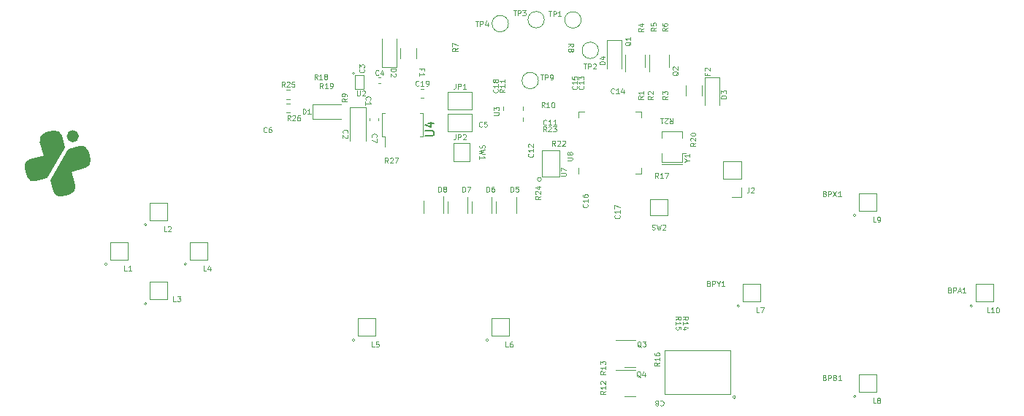
<source format=gbr>
G04 #@! TF.GenerationSoftware,KiCad,Pcbnew,7.0.6*
G04 #@! TF.CreationDate,2023-09-06T23:53:07-07:00*
G04 #@! TF.ProjectId,sgpp_main_pcb,73677070-5f6d-4616-996e-5f7063622e6b,1*
G04 #@! TF.SameCoordinates,Original*
G04 #@! TF.FileFunction,Legend,Top*
G04 #@! TF.FilePolarity,Positive*
%FSLAX46Y46*%
G04 Gerber Fmt 4.6, Leading zero omitted, Abs format (unit mm)*
G04 Created by KiCad (PCBNEW 7.0.6) date 2023-09-06 23:53:07*
%MOMM*%
%LPD*%
G01*
G04 APERTURE LIST*
%ADD10C,0.100000*%
%ADD11C,0.150000*%
%ADD12C,0.120000*%
%ADD13C,0.152400*%
G04 APERTURE END LIST*
D10*
X121413600Y-90842428D02*
X121385028Y-90871000D01*
X121385028Y-90871000D02*
X121299314Y-90899571D01*
X121299314Y-90899571D02*
X121242171Y-90899571D01*
X121242171Y-90899571D02*
X121156457Y-90871000D01*
X121156457Y-90871000D02*
X121099314Y-90813857D01*
X121099314Y-90813857D02*
X121070743Y-90756714D01*
X121070743Y-90756714D02*
X121042171Y-90642428D01*
X121042171Y-90642428D02*
X121042171Y-90556714D01*
X121042171Y-90556714D02*
X121070743Y-90442428D01*
X121070743Y-90442428D02*
X121099314Y-90385285D01*
X121099314Y-90385285D02*
X121156457Y-90328142D01*
X121156457Y-90328142D02*
X121242171Y-90299571D01*
X121242171Y-90299571D02*
X121299314Y-90299571D01*
X121299314Y-90299571D02*
X121385028Y-90328142D01*
X121385028Y-90328142D02*
X121413600Y-90356714D01*
X121927886Y-90299571D02*
X121813600Y-90299571D01*
X121813600Y-90299571D02*
X121756457Y-90328142D01*
X121756457Y-90328142D02*
X121727886Y-90356714D01*
X121727886Y-90356714D02*
X121670743Y-90442428D01*
X121670743Y-90442428D02*
X121642171Y-90556714D01*
X121642171Y-90556714D02*
X121642171Y-90785285D01*
X121642171Y-90785285D02*
X121670743Y-90842428D01*
X121670743Y-90842428D02*
X121699314Y-90871000D01*
X121699314Y-90871000D02*
X121756457Y-90899571D01*
X121756457Y-90899571D02*
X121870743Y-90899571D01*
X121870743Y-90899571D02*
X121927886Y-90871000D01*
X121927886Y-90871000D02*
X121956457Y-90842428D01*
X121956457Y-90842428D02*
X121985028Y-90785285D01*
X121985028Y-90785285D02*
X121985028Y-90642428D01*
X121985028Y-90642428D02*
X121956457Y-90585285D01*
X121956457Y-90585285D02*
X121927886Y-90556714D01*
X121927886Y-90556714D02*
X121870743Y-90528142D01*
X121870743Y-90528142D02*
X121756457Y-90528142D01*
X121756457Y-90528142D02*
X121699314Y-90556714D01*
X121699314Y-90556714D02*
X121670743Y-90585285D01*
X121670743Y-90585285D02*
X121642171Y-90642428D01*
X127300085Y-84752771D02*
X127100085Y-84467057D01*
X126957228Y-84752771D02*
X126957228Y-84152771D01*
X126957228Y-84152771D02*
X127185799Y-84152771D01*
X127185799Y-84152771D02*
X127242942Y-84181342D01*
X127242942Y-84181342D02*
X127271513Y-84209914D01*
X127271513Y-84209914D02*
X127300085Y-84267057D01*
X127300085Y-84267057D02*
X127300085Y-84352771D01*
X127300085Y-84352771D02*
X127271513Y-84409914D01*
X127271513Y-84409914D02*
X127242942Y-84438485D01*
X127242942Y-84438485D02*
X127185799Y-84467057D01*
X127185799Y-84467057D02*
X126957228Y-84467057D01*
X127871513Y-84752771D02*
X127528656Y-84752771D01*
X127700085Y-84752771D02*
X127700085Y-84152771D01*
X127700085Y-84152771D02*
X127642942Y-84238485D01*
X127642942Y-84238485D02*
X127585799Y-84295628D01*
X127585799Y-84295628D02*
X127528656Y-84324200D01*
X128214371Y-84409914D02*
X128157228Y-84381342D01*
X128157228Y-84381342D02*
X128128657Y-84352771D01*
X128128657Y-84352771D02*
X128100085Y-84295628D01*
X128100085Y-84295628D02*
X128100085Y-84267057D01*
X128100085Y-84267057D02*
X128128657Y-84209914D01*
X128128657Y-84209914D02*
X128157228Y-84181342D01*
X128157228Y-84181342D02*
X128214371Y-84152771D01*
X128214371Y-84152771D02*
X128328657Y-84152771D01*
X128328657Y-84152771D02*
X128385800Y-84181342D01*
X128385800Y-84181342D02*
X128414371Y-84209914D01*
X128414371Y-84209914D02*
X128442942Y-84267057D01*
X128442942Y-84267057D02*
X128442942Y-84295628D01*
X128442942Y-84295628D02*
X128414371Y-84352771D01*
X128414371Y-84352771D02*
X128385800Y-84381342D01*
X128385800Y-84381342D02*
X128328657Y-84409914D01*
X128328657Y-84409914D02*
X128214371Y-84409914D01*
X128214371Y-84409914D02*
X128157228Y-84438485D01*
X128157228Y-84438485D02*
X128128657Y-84467057D01*
X128128657Y-84467057D02*
X128100085Y-84524200D01*
X128100085Y-84524200D02*
X128100085Y-84638485D01*
X128100085Y-84638485D02*
X128128657Y-84695628D01*
X128128657Y-84695628D02*
X128157228Y-84724200D01*
X128157228Y-84724200D02*
X128214371Y-84752771D01*
X128214371Y-84752771D02*
X128328657Y-84752771D01*
X128328657Y-84752771D02*
X128385800Y-84724200D01*
X128385800Y-84724200D02*
X128414371Y-84695628D01*
X128414371Y-84695628D02*
X128442942Y-84638485D01*
X128442942Y-84638485D02*
X128442942Y-84524200D01*
X128442942Y-84524200D02*
X128414371Y-84467057D01*
X128414371Y-84467057D02*
X128385800Y-84438485D01*
X128385800Y-84438485D02*
X128328657Y-84409914D01*
X164808457Y-115803076D02*
X164751314Y-115774504D01*
X164751314Y-115774504D02*
X164694171Y-115717362D01*
X164694171Y-115717362D02*
X164608457Y-115631647D01*
X164608457Y-115631647D02*
X164551314Y-115603076D01*
X164551314Y-115603076D02*
X164494171Y-115603076D01*
X164522742Y-115745933D02*
X164465600Y-115717362D01*
X164465600Y-115717362D02*
X164408457Y-115660219D01*
X164408457Y-115660219D02*
X164379885Y-115545933D01*
X164379885Y-115545933D02*
X164379885Y-115345933D01*
X164379885Y-115345933D02*
X164408457Y-115231647D01*
X164408457Y-115231647D02*
X164465600Y-115174504D01*
X164465600Y-115174504D02*
X164522742Y-115145933D01*
X164522742Y-115145933D02*
X164637028Y-115145933D01*
X164637028Y-115145933D02*
X164694171Y-115174504D01*
X164694171Y-115174504D02*
X164751314Y-115231647D01*
X164751314Y-115231647D02*
X164779885Y-115345933D01*
X164779885Y-115345933D02*
X164779885Y-115545933D01*
X164779885Y-115545933D02*
X164751314Y-115660219D01*
X164751314Y-115660219D02*
X164694171Y-115717362D01*
X164694171Y-115717362D02*
X164637028Y-115745933D01*
X164637028Y-115745933D02*
X164522742Y-115745933D01*
X164979885Y-115145933D02*
X165351313Y-115145933D01*
X165351313Y-115145933D02*
X165151313Y-115374504D01*
X165151313Y-115374504D02*
X165237028Y-115374504D01*
X165237028Y-115374504D02*
X165294171Y-115403076D01*
X165294171Y-115403076D02*
X165322742Y-115431647D01*
X165322742Y-115431647D02*
X165351313Y-115488790D01*
X165351313Y-115488790D02*
X165351313Y-115631647D01*
X165351313Y-115631647D02*
X165322742Y-115688790D01*
X165322742Y-115688790D02*
X165294171Y-115717362D01*
X165294171Y-115717362D02*
X165237028Y-115745933D01*
X165237028Y-115745933D02*
X165065599Y-115745933D01*
X165065599Y-115745933D02*
X165008456Y-115717362D01*
X165008456Y-115717362D02*
X164979885Y-115688790D01*
X172682000Y-108416085D02*
X172767714Y-108444657D01*
X172767714Y-108444657D02*
X172796285Y-108473228D01*
X172796285Y-108473228D02*
X172824857Y-108530371D01*
X172824857Y-108530371D02*
X172824857Y-108616085D01*
X172824857Y-108616085D02*
X172796285Y-108673228D01*
X172796285Y-108673228D02*
X172767714Y-108701800D01*
X172767714Y-108701800D02*
X172710571Y-108730371D01*
X172710571Y-108730371D02*
X172482000Y-108730371D01*
X172482000Y-108730371D02*
X172482000Y-108130371D01*
X172482000Y-108130371D02*
X172682000Y-108130371D01*
X172682000Y-108130371D02*
X172739143Y-108158942D01*
X172739143Y-108158942D02*
X172767714Y-108187514D01*
X172767714Y-108187514D02*
X172796285Y-108244657D01*
X172796285Y-108244657D02*
X172796285Y-108301800D01*
X172796285Y-108301800D02*
X172767714Y-108358942D01*
X172767714Y-108358942D02*
X172739143Y-108387514D01*
X172739143Y-108387514D02*
X172682000Y-108416085D01*
X172682000Y-108416085D02*
X172482000Y-108416085D01*
X173082000Y-108730371D02*
X173082000Y-108130371D01*
X173082000Y-108130371D02*
X173310571Y-108130371D01*
X173310571Y-108130371D02*
X173367714Y-108158942D01*
X173367714Y-108158942D02*
X173396285Y-108187514D01*
X173396285Y-108187514D02*
X173424857Y-108244657D01*
X173424857Y-108244657D02*
X173424857Y-108330371D01*
X173424857Y-108330371D02*
X173396285Y-108387514D01*
X173396285Y-108387514D02*
X173367714Y-108416085D01*
X173367714Y-108416085D02*
X173310571Y-108444657D01*
X173310571Y-108444657D02*
X173082000Y-108444657D01*
X173796285Y-108444657D02*
X173796285Y-108730371D01*
X173596285Y-108130371D02*
X173796285Y-108444657D01*
X173796285Y-108444657D02*
X173996285Y-108130371D01*
X174510571Y-108730371D02*
X174167714Y-108730371D01*
X174339143Y-108730371D02*
X174339143Y-108130371D01*
X174339143Y-108130371D02*
X174282000Y-108216085D01*
X174282000Y-108216085D02*
X174224857Y-108273228D01*
X174224857Y-108273228D02*
X174167714Y-108301800D01*
X192016000Y-101311796D02*
X191730286Y-101311796D01*
X191730286Y-101311796D02*
X191730286Y-100711796D01*
X192244571Y-101311796D02*
X192358857Y-101311796D01*
X192358857Y-101311796D02*
X192416000Y-101283225D01*
X192416000Y-101283225D02*
X192444571Y-101254653D01*
X192444571Y-101254653D02*
X192501714Y-101168939D01*
X192501714Y-101168939D02*
X192530285Y-101054653D01*
X192530285Y-101054653D02*
X192530285Y-100826082D01*
X192530285Y-100826082D02*
X192501714Y-100768939D01*
X192501714Y-100768939D02*
X192473143Y-100740367D01*
X192473143Y-100740367D02*
X192416000Y-100711796D01*
X192416000Y-100711796D02*
X192301714Y-100711796D01*
X192301714Y-100711796D02*
X192244571Y-100740367D01*
X192244571Y-100740367D02*
X192216000Y-100768939D01*
X192216000Y-100768939D02*
X192187428Y-100826082D01*
X192187428Y-100826082D02*
X192187428Y-100968939D01*
X192187428Y-100968939D02*
X192216000Y-101026082D01*
X192216000Y-101026082D02*
X192244571Y-101054653D01*
X192244571Y-101054653D02*
X192301714Y-101083225D01*
X192301714Y-101083225D02*
X192416000Y-101083225D01*
X192416000Y-101083225D02*
X192473143Y-101054653D01*
X192473143Y-101054653D02*
X192501714Y-101026082D01*
X192501714Y-101026082D02*
X192530285Y-100968939D01*
X109816000Y-102391796D02*
X109530286Y-102391796D01*
X109530286Y-102391796D02*
X109530286Y-101791796D01*
X109987428Y-101848939D02*
X110016000Y-101820367D01*
X110016000Y-101820367D02*
X110073143Y-101791796D01*
X110073143Y-101791796D02*
X110216000Y-101791796D01*
X110216000Y-101791796D02*
X110273143Y-101820367D01*
X110273143Y-101820367D02*
X110301714Y-101848939D01*
X110301714Y-101848939D02*
X110330285Y-101906082D01*
X110330285Y-101906082D02*
X110330285Y-101963225D01*
X110330285Y-101963225D02*
X110301714Y-102048939D01*
X110301714Y-102048939D02*
X109958857Y-102391796D01*
X109958857Y-102391796D02*
X110330285Y-102391796D01*
X156263371Y-94132342D02*
X156749085Y-94132342D01*
X156749085Y-94132342D02*
X156806228Y-94103771D01*
X156806228Y-94103771D02*
X156834800Y-94075200D01*
X156834800Y-94075200D02*
X156863371Y-94018057D01*
X156863371Y-94018057D02*
X156863371Y-93903771D01*
X156863371Y-93903771D02*
X156834800Y-93846628D01*
X156834800Y-93846628D02*
X156806228Y-93818057D01*
X156806228Y-93818057D02*
X156749085Y-93789485D01*
X156749085Y-93789485D02*
X156263371Y-93789485D01*
X156520514Y-93418057D02*
X156491942Y-93475200D01*
X156491942Y-93475200D02*
X156463371Y-93503771D01*
X156463371Y-93503771D02*
X156406228Y-93532343D01*
X156406228Y-93532343D02*
X156377657Y-93532343D01*
X156377657Y-93532343D02*
X156320514Y-93503771D01*
X156320514Y-93503771D02*
X156291942Y-93475200D01*
X156291942Y-93475200D02*
X156263371Y-93418057D01*
X156263371Y-93418057D02*
X156263371Y-93303771D01*
X156263371Y-93303771D02*
X156291942Y-93246629D01*
X156291942Y-93246629D02*
X156320514Y-93218057D01*
X156320514Y-93218057D02*
X156377657Y-93189486D01*
X156377657Y-93189486D02*
X156406228Y-93189486D01*
X156406228Y-93189486D02*
X156463371Y-93218057D01*
X156463371Y-93218057D02*
X156491942Y-93246629D01*
X156491942Y-93246629D02*
X156520514Y-93303771D01*
X156520514Y-93303771D02*
X156520514Y-93418057D01*
X156520514Y-93418057D02*
X156549085Y-93475200D01*
X156549085Y-93475200D02*
X156577657Y-93503771D01*
X156577657Y-93503771D02*
X156634800Y-93532343D01*
X156634800Y-93532343D02*
X156749085Y-93532343D01*
X156749085Y-93532343D02*
X156806228Y-93503771D01*
X156806228Y-93503771D02*
X156834800Y-93475200D01*
X156834800Y-93475200D02*
X156863371Y-93418057D01*
X156863371Y-93418057D02*
X156863371Y-93303771D01*
X156863371Y-93303771D02*
X156834800Y-93246629D01*
X156834800Y-93246629D02*
X156806228Y-93218057D01*
X156806228Y-93218057D02*
X156749085Y-93189486D01*
X156749085Y-93189486D02*
X156634800Y-93189486D01*
X156634800Y-93189486D02*
X156577657Y-93218057D01*
X156577657Y-93218057D02*
X156549085Y-93246629D01*
X156549085Y-93246629D02*
X156520514Y-93303771D01*
X134390617Y-84210329D02*
X134362045Y-84238901D01*
X134362045Y-84238901D02*
X134276331Y-84267472D01*
X134276331Y-84267472D02*
X134219188Y-84267472D01*
X134219188Y-84267472D02*
X134133474Y-84238901D01*
X134133474Y-84238901D02*
X134076331Y-84181758D01*
X134076331Y-84181758D02*
X134047760Y-84124615D01*
X134047760Y-84124615D02*
X134019188Y-84010329D01*
X134019188Y-84010329D02*
X134019188Y-83924615D01*
X134019188Y-83924615D02*
X134047760Y-83810329D01*
X134047760Y-83810329D02*
X134076331Y-83753186D01*
X134076331Y-83753186D02*
X134133474Y-83696043D01*
X134133474Y-83696043D02*
X134219188Y-83667472D01*
X134219188Y-83667472D02*
X134276331Y-83667472D01*
X134276331Y-83667472D02*
X134362045Y-83696043D01*
X134362045Y-83696043D02*
X134390617Y-83724615D01*
X134904903Y-83867472D02*
X134904903Y-84267472D01*
X134762045Y-83638901D02*
X134619188Y-84067472D01*
X134619188Y-84067472D02*
X134990617Y-84067472D01*
X186101143Y-119338085D02*
X186186857Y-119366657D01*
X186186857Y-119366657D02*
X186215428Y-119395228D01*
X186215428Y-119395228D02*
X186244000Y-119452371D01*
X186244000Y-119452371D02*
X186244000Y-119538085D01*
X186244000Y-119538085D02*
X186215428Y-119595228D01*
X186215428Y-119595228D02*
X186186857Y-119623800D01*
X186186857Y-119623800D02*
X186129714Y-119652371D01*
X186129714Y-119652371D02*
X185901143Y-119652371D01*
X185901143Y-119652371D02*
X185901143Y-119052371D01*
X185901143Y-119052371D02*
X186101143Y-119052371D01*
X186101143Y-119052371D02*
X186158286Y-119080942D01*
X186158286Y-119080942D02*
X186186857Y-119109514D01*
X186186857Y-119109514D02*
X186215428Y-119166657D01*
X186215428Y-119166657D02*
X186215428Y-119223800D01*
X186215428Y-119223800D02*
X186186857Y-119280942D01*
X186186857Y-119280942D02*
X186158286Y-119309514D01*
X186158286Y-119309514D02*
X186101143Y-119338085D01*
X186101143Y-119338085D02*
X185901143Y-119338085D01*
X186501143Y-119652371D02*
X186501143Y-119052371D01*
X186501143Y-119052371D02*
X186729714Y-119052371D01*
X186729714Y-119052371D02*
X186786857Y-119080942D01*
X186786857Y-119080942D02*
X186815428Y-119109514D01*
X186815428Y-119109514D02*
X186844000Y-119166657D01*
X186844000Y-119166657D02*
X186844000Y-119252371D01*
X186844000Y-119252371D02*
X186815428Y-119309514D01*
X186815428Y-119309514D02*
X186786857Y-119338085D01*
X186786857Y-119338085D02*
X186729714Y-119366657D01*
X186729714Y-119366657D02*
X186501143Y-119366657D01*
X187301143Y-119338085D02*
X187386857Y-119366657D01*
X187386857Y-119366657D02*
X187415428Y-119395228D01*
X187415428Y-119395228D02*
X187444000Y-119452371D01*
X187444000Y-119452371D02*
X187444000Y-119538085D01*
X187444000Y-119538085D02*
X187415428Y-119595228D01*
X187415428Y-119595228D02*
X187386857Y-119623800D01*
X187386857Y-119623800D02*
X187329714Y-119652371D01*
X187329714Y-119652371D02*
X187101143Y-119652371D01*
X187101143Y-119652371D02*
X187101143Y-119052371D01*
X187101143Y-119052371D02*
X187301143Y-119052371D01*
X187301143Y-119052371D02*
X187358286Y-119080942D01*
X187358286Y-119080942D02*
X187386857Y-119109514D01*
X187386857Y-119109514D02*
X187415428Y-119166657D01*
X187415428Y-119166657D02*
X187415428Y-119223800D01*
X187415428Y-119223800D02*
X187386857Y-119280942D01*
X187386857Y-119280942D02*
X187358286Y-119309514D01*
X187358286Y-119309514D02*
X187301143Y-119338085D01*
X187301143Y-119338085D02*
X187101143Y-119338085D01*
X188015428Y-119652371D02*
X187672571Y-119652371D01*
X187844000Y-119652371D02*
X187844000Y-119052371D01*
X187844000Y-119052371D02*
X187786857Y-119138085D01*
X187786857Y-119138085D02*
X187729714Y-119195228D01*
X187729714Y-119195228D02*
X187672571Y-119223800D01*
X168840828Y-112644285D02*
X169126542Y-112444285D01*
X168840828Y-112301428D02*
X169440828Y-112301428D01*
X169440828Y-112301428D02*
X169440828Y-112529999D01*
X169440828Y-112529999D02*
X169412257Y-112587142D01*
X169412257Y-112587142D02*
X169383685Y-112615713D01*
X169383685Y-112615713D02*
X169326542Y-112644285D01*
X169326542Y-112644285D02*
X169240828Y-112644285D01*
X169240828Y-112644285D02*
X169183685Y-112615713D01*
X169183685Y-112615713D02*
X169155114Y-112587142D01*
X169155114Y-112587142D02*
X169126542Y-112529999D01*
X169126542Y-112529999D02*
X169126542Y-112301428D01*
X168840828Y-113215713D02*
X168840828Y-112872856D01*
X168840828Y-113044285D02*
X169440828Y-113044285D01*
X169440828Y-113044285D02*
X169355114Y-112987142D01*
X169355114Y-112987142D02*
X169297971Y-112929999D01*
X169297971Y-112929999D02*
X169269400Y-112872856D01*
X169440828Y-113758571D02*
X169440828Y-113472857D01*
X169440828Y-113472857D02*
X169155114Y-113444285D01*
X169155114Y-113444285D02*
X169183685Y-113472857D01*
X169183685Y-113472857D02*
X169212257Y-113530000D01*
X169212257Y-113530000D02*
X169212257Y-113672857D01*
X169212257Y-113672857D02*
X169183685Y-113730000D01*
X169183685Y-113730000D02*
X169155114Y-113758571D01*
X169155114Y-113758571D02*
X169097971Y-113787142D01*
X169097971Y-113787142D02*
X168955114Y-113787142D01*
X168955114Y-113787142D02*
X168897971Y-113758571D01*
X168897971Y-113758571D02*
X168869400Y-113730000D01*
X168869400Y-113730000D02*
X168840828Y-113672857D01*
X168840828Y-113672857D02*
X168840828Y-113530000D01*
X168840828Y-113530000D02*
X168869400Y-113472857D01*
X168869400Y-113472857D02*
X168897971Y-113444285D01*
X169628228Y-112644285D02*
X169913942Y-112444285D01*
X169628228Y-112301428D02*
X170228228Y-112301428D01*
X170228228Y-112301428D02*
X170228228Y-112529999D01*
X170228228Y-112529999D02*
X170199657Y-112587142D01*
X170199657Y-112587142D02*
X170171085Y-112615713D01*
X170171085Y-112615713D02*
X170113942Y-112644285D01*
X170113942Y-112644285D02*
X170028228Y-112644285D01*
X170028228Y-112644285D02*
X169971085Y-112615713D01*
X169971085Y-112615713D02*
X169942514Y-112587142D01*
X169942514Y-112587142D02*
X169913942Y-112529999D01*
X169913942Y-112529999D02*
X169913942Y-112301428D01*
X169628228Y-113215713D02*
X169628228Y-112872856D01*
X169628228Y-113044285D02*
X170228228Y-113044285D01*
X170228228Y-113044285D02*
X170142514Y-112987142D01*
X170142514Y-112987142D02*
X170085371Y-112929999D01*
X170085371Y-112929999D02*
X170056800Y-112872856D01*
X170028228Y-113730000D02*
X169628228Y-113730000D01*
X170256800Y-113587142D02*
X169828228Y-113444285D01*
X169828228Y-113444285D02*
X169828228Y-113815714D01*
X178516000Y-111811796D02*
X178230286Y-111811796D01*
X178230286Y-111811796D02*
X178230286Y-111211796D01*
X178658857Y-111211796D02*
X179058857Y-111211796D01*
X179058857Y-111211796D02*
X178801714Y-111811796D01*
X155524399Y-95962066D02*
X156010113Y-95962066D01*
X156010113Y-95962066D02*
X156067256Y-95933495D01*
X156067256Y-95933495D02*
X156095828Y-95904924D01*
X156095828Y-95904924D02*
X156124399Y-95847781D01*
X156124399Y-95847781D02*
X156124399Y-95733495D01*
X156124399Y-95733495D02*
X156095828Y-95676352D01*
X156095828Y-95676352D02*
X156067256Y-95647781D01*
X156067256Y-95647781D02*
X156010113Y-95619209D01*
X156010113Y-95619209D02*
X155524399Y-95619209D01*
X155524399Y-95390638D02*
X155524399Y-94990638D01*
X155524399Y-94990638D02*
X156124399Y-95247781D01*
X166822485Y-96208171D02*
X166622485Y-95922457D01*
X166479628Y-96208171D02*
X166479628Y-95608171D01*
X166479628Y-95608171D02*
X166708199Y-95608171D01*
X166708199Y-95608171D02*
X166765342Y-95636742D01*
X166765342Y-95636742D02*
X166793913Y-95665314D01*
X166793913Y-95665314D02*
X166822485Y-95722457D01*
X166822485Y-95722457D02*
X166822485Y-95808171D01*
X166822485Y-95808171D02*
X166793913Y-95865314D01*
X166793913Y-95865314D02*
X166765342Y-95893885D01*
X166765342Y-95893885D02*
X166708199Y-95922457D01*
X166708199Y-95922457D02*
X166479628Y-95922457D01*
X167393913Y-96208171D02*
X167051056Y-96208171D01*
X167222485Y-96208171D02*
X167222485Y-95608171D01*
X167222485Y-95608171D02*
X167165342Y-95693885D01*
X167165342Y-95693885D02*
X167108199Y-95751028D01*
X167108199Y-95751028D02*
X167051056Y-95779600D01*
X167593914Y-95608171D02*
X167993914Y-95608171D01*
X167993914Y-95608171D02*
X167736771Y-96208171D01*
X186115428Y-98002085D02*
X186201142Y-98030657D01*
X186201142Y-98030657D02*
X186229713Y-98059228D01*
X186229713Y-98059228D02*
X186258285Y-98116371D01*
X186258285Y-98116371D02*
X186258285Y-98202085D01*
X186258285Y-98202085D02*
X186229713Y-98259228D01*
X186229713Y-98259228D02*
X186201142Y-98287800D01*
X186201142Y-98287800D02*
X186143999Y-98316371D01*
X186143999Y-98316371D02*
X185915428Y-98316371D01*
X185915428Y-98316371D02*
X185915428Y-97716371D01*
X185915428Y-97716371D02*
X186115428Y-97716371D01*
X186115428Y-97716371D02*
X186172571Y-97744942D01*
X186172571Y-97744942D02*
X186201142Y-97773514D01*
X186201142Y-97773514D02*
X186229713Y-97830657D01*
X186229713Y-97830657D02*
X186229713Y-97887800D01*
X186229713Y-97887800D02*
X186201142Y-97944942D01*
X186201142Y-97944942D02*
X186172571Y-97973514D01*
X186172571Y-97973514D02*
X186115428Y-98002085D01*
X186115428Y-98002085D02*
X185915428Y-98002085D01*
X186515428Y-98316371D02*
X186515428Y-97716371D01*
X186515428Y-97716371D02*
X186743999Y-97716371D01*
X186743999Y-97716371D02*
X186801142Y-97744942D01*
X186801142Y-97744942D02*
X186829713Y-97773514D01*
X186829713Y-97773514D02*
X186858285Y-97830657D01*
X186858285Y-97830657D02*
X186858285Y-97916371D01*
X186858285Y-97916371D02*
X186829713Y-97973514D01*
X186829713Y-97973514D02*
X186801142Y-98002085D01*
X186801142Y-98002085D02*
X186743999Y-98030657D01*
X186743999Y-98030657D02*
X186515428Y-98030657D01*
X187058285Y-97716371D02*
X187458285Y-98316371D01*
X187458285Y-97716371D02*
X187058285Y-98316371D01*
X188001142Y-98316371D02*
X187658285Y-98316371D01*
X187829714Y-98316371D02*
X187829714Y-97716371D01*
X187829714Y-97716371D02*
X187772571Y-97802085D01*
X187772571Y-97802085D02*
X187715428Y-97859228D01*
X187715428Y-97859228D02*
X187658285Y-97887800D01*
X174702516Y-86944052D02*
X174102516Y-86944052D01*
X174102516Y-86944052D02*
X174102516Y-86801195D01*
X174102516Y-86801195D02*
X174131087Y-86715481D01*
X174131087Y-86715481D02*
X174188230Y-86658338D01*
X174188230Y-86658338D02*
X174245373Y-86629767D01*
X174245373Y-86629767D02*
X174359659Y-86601195D01*
X174359659Y-86601195D02*
X174445373Y-86601195D01*
X174445373Y-86601195D02*
X174559659Y-86629767D01*
X174559659Y-86629767D02*
X174616802Y-86658338D01*
X174616802Y-86658338D02*
X174673945Y-86715481D01*
X174673945Y-86715481D02*
X174702516Y-86801195D01*
X174702516Y-86801195D02*
X174702516Y-86944052D01*
X174102516Y-86401195D02*
X174102516Y-86029767D01*
X174102516Y-86029767D02*
X174331087Y-86229767D01*
X174331087Y-86229767D02*
X174331087Y-86144052D01*
X174331087Y-86144052D02*
X174359659Y-86086910D01*
X174359659Y-86086910D02*
X174388230Y-86058338D01*
X174388230Y-86058338D02*
X174445373Y-86029767D01*
X174445373Y-86029767D02*
X174588230Y-86029767D01*
X174588230Y-86029767D02*
X174645373Y-86058338D01*
X174645373Y-86058338D02*
X174673945Y-86086910D01*
X174673945Y-86086910D02*
X174702516Y-86144052D01*
X174702516Y-86144052D02*
X174702516Y-86315481D01*
X174702516Y-86315481D02*
X174673945Y-86372624D01*
X174673945Y-86372624D02*
X174645373Y-86401195D01*
X133916000Y-115791796D02*
X133630286Y-115791796D01*
X133630286Y-115791796D02*
X133630286Y-115191796D01*
X134401714Y-115191796D02*
X134116000Y-115191796D01*
X134116000Y-115191796D02*
X134087428Y-115477510D01*
X134087428Y-115477510D02*
X134116000Y-115448939D01*
X134116000Y-115448939D02*
X134173143Y-115420367D01*
X134173143Y-115420367D02*
X134316000Y-115420367D01*
X134316000Y-115420367D02*
X134373143Y-115448939D01*
X134373143Y-115448939D02*
X134401714Y-115477510D01*
X134401714Y-115477510D02*
X134430285Y-115534653D01*
X134430285Y-115534653D02*
X134430285Y-115677510D01*
X134430285Y-115677510D02*
X134401714Y-115734653D01*
X134401714Y-115734653D02*
X134373143Y-115763225D01*
X134373143Y-115763225D02*
X134316000Y-115791796D01*
X134316000Y-115791796D02*
X134173143Y-115791796D01*
X134173143Y-115791796D02*
X134116000Y-115763225D01*
X134116000Y-115763225D02*
X134087428Y-115734653D01*
X160622571Y-82992856D02*
X160022571Y-82992856D01*
X160022571Y-82992856D02*
X160022571Y-82849999D01*
X160022571Y-82849999D02*
X160051142Y-82764285D01*
X160051142Y-82764285D02*
X160108285Y-82707142D01*
X160108285Y-82707142D02*
X160165428Y-82678571D01*
X160165428Y-82678571D02*
X160279714Y-82649999D01*
X160279714Y-82649999D02*
X160365428Y-82649999D01*
X160365428Y-82649999D02*
X160479714Y-82678571D01*
X160479714Y-82678571D02*
X160536857Y-82707142D01*
X160536857Y-82707142D02*
X160594000Y-82764285D01*
X160594000Y-82764285D02*
X160622571Y-82849999D01*
X160622571Y-82849999D02*
X160622571Y-82992856D01*
X160222571Y-82135714D02*
X160622571Y-82135714D01*
X159994000Y-82278571D02*
X160422571Y-82421428D01*
X160422571Y-82421428D02*
X160422571Y-82049999D01*
X160705259Y-118595393D02*
X160419545Y-118795393D01*
X160705259Y-118938250D02*
X160105259Y-118938250D01*
X160105259Y-118938250D02*
X160105259Y-118709679D01*
X160105259Y-118709679D02*
X160133830Y-118652536D01*
X160133830Y-118652536D02*
X160162402Y-118623965D01*
X160162402Y-118623965D02*
X160219545Y-118595393D01*
X160219545Y-118595393D02*
X160305259Y-118595393D01*
X160305259Y-118595393D02*
X160362402Y-118623965D01*
X160362402Y-118623965D02*
X160390973Y-118652536D01*
X160390973Y-118652536D02*
X160419545Y-118709679D01*
X160419545Y-118709679D02*
X160419545Y-118938250D01*
X160705259Y-118023965D02*
X160705259Y-118366822D01*
X160705259Y-118195393D02*
X160105259Y-118195393D01*
X160105259Y-118195393D02*
X160190973Y-118252536D01*
X160190973Y-118252536D02*
X160248116Y-118309679D01*
X160248116Y-118309679D02*
X160276688Y-118366822D01*
X160105259Y-117823964D02*
X160105259Y-117452536D01*
X160105259Y-117452536D02*
X160333830Y-117652536D01*
X160333830Y-117652536D02*
X160333830Y-117566821D01*
X160333830Y-117566821D02*
X160362402Y-117509679D01*
X160362402Y-117509679D02*
X160390973Y-117481107D01*
X160390973Y-117481107D02*
X160448116Y-117452536D01*
X160448116Y-117452536D02*
X160590973Y-117452536D01*
X160590973Y-117452536D02*
X160648116Y-117481107D01*
X160648116Y-117481107D02*
X160676688Y-117509679D01*
X160676688Y-117509679D02*
X160705259Y-117566821D01*
X160705259Y-117566821D02*
X160705259Y-117738250D01*
X160705259Y-117738250D02*
X160676688Y-117795393D01*
X160676688Y-117795393D02*
X160648116Y-117823964D01*
X166077999Y-102152800D02*
X166163714Y-102181371D01*
X166163714Y-102181371D02*
X166306571Y-102181371D01*
X166306571Y-102181371D02*
X166363714Y-102152800D01*
X166363714Y-102152800D02*
X166392285Y-102124228D01*
X166392285Y-102124228D02*
X166420856Y-102067085D01*
X166420856Y-102067085D02*
X166420856Y-102009942D01*
X166420856Y-102009942D02*
X166392285Y-101952800D01*
X166392285Y-101952800D02*
X166363714Y-101924228D01*
X166363714Y-101924228D02*
X166306571Y-101895657D01*
X166306571Y-101895657D02*
X166192285Y-101867085D01*
X166192285Y-101867085D02*
X166135142Y-101838514D01*
X166135142Y-101838514D02*
X166106571Y-101809942D01*
X166106571Y-101809942D02*
X166077999Y-101752800D01*
X166077999Y-101752800D02*
X166077999Y-101695657D01*
X166077999Y-101695657D02*
X166106571Y-101638514D01*
X166106571Y-101638514D02*
X166135142Y-101609942D01*
X166135142Y-101609942D02*
X166192285Y-101581371D01*
X166192285Y-101581371D02*
X166335142Y-101581371D01*
X166335142Y-101581371D02*
X166420856Y-101609942D01*
X166620857Y-101581371D02*
X166763714Y-102181371D01*
X166763714Y-102181371D02*
X166878000Y-101752800D01*
X166878000Y-101752800D02*
X166992285Y-102181371D01*
X166992285Y-102181371D02*
X167135143Y-101581371D01*
X167335142Y-101638514D02*
X167363714Y-101609942D01*
X167363714Y-101609942D02*
X167420857Y-101581371D01*
X167420857Y-101581371D02*
X167563714Y-101581371D01*
X167563714Y-101581371D02*
X167620857Y-101609942D01*
X167620857Y-101609942D02*
X167649428Y-101638514D01*
X167649428Y-101638514D02*
X167677999Y-101695657D01*
X167677999Y-101695657D02*
X167677999Y-101752800D01*
X167677999Y-101752800D02*
X167649428Y-101838514D01*
X167649428Y-101838514D02*
X167306571Y-102181371D01*
X167306571Y-102181371D02*
X167677999Y-102181371D01*
X166210571Y-86688599D02*
X165924857Y-86888599D01*
X166210571Y-87031456D02*
X165610571Y-87031456D01*
X165610571Y-87031456D02*
X165610571Y-86802885D01*
X165610571Y-86802885D02*
X165639142Y-86745742D01*
X165639142Y-86745742D02*
X165667714Y-86717171D01*
X165667714Y-86717171D02*
X165724857Y-86688599D01*
X165724857Y-86688599D02*
X165810571Y-86688599D01*
X165810571Y-86688599D02*
X165867714Y-86717171D01*
X165867714Y-86717171D02*
X165896285Y-86745742D01*
X165896285Y-86745742D02*
X165924857Y-86802885D01*
X165924857Y-86802885D02*
X165924857Y-87031456D01*
X165667714Y-86460028D02*
X165639142Y-86431456D01*
X165639142Y-86431456D02*
X165610571Y-86374314D01*
X165610571Y-86374314D02*
X165610571Y-86231456D01*
X165610571Y-86231456D02*
X165639142Y-86174314D01*
X165639142Y-86174314D02*
X165667714Y-86145742D01*
X165667714Y-86145742D02*
X165724857Y-86117171D01*
X165724857Y-86117171D02*
X165782000Y-86117171D01*
X165782000Y-86117171D02*
X165867714Y-86145742D01*
X165867714Y-86145742D02*
X166210571Y-86488599D01*
X166210571Y-86488599D02*
X166210571Y-86117171D01*
X162292628Y-100512514D02*
X162321200Y-100541086D01*
X162321200Y-100541086D02*
X162349771Y-100626800D01*
X162349771Y-100626800D02*
X162349771Y-100683943D01*
X162349771Y-100683943D02*
X162321200Y-100769657D01*
X162321200Y-100769657D02*
X162264057Y-100826800D01*
X162264057Y-100826800D02*
X162206914Y-100855371D01*
X162206914Y-100855371D02*
X162092628Y-100883943D01*
X162092628Y-100883943D02*
X162006914Y-100883943D01*
X162006914Y-100883943D02*
X161892628Y-100855371D01*
X161892628Y-100855371D02*
X161835485Y-100826800D01*
X161835485Y-100826800D02*
X161778342Y-100769657D01*
X161778342Y-100769657D02*
X161749771Y-100683943D01*
X161749771Y-100683943D02*
X161749771Y-100626800D01*
X161749771Y-100626800D02*
X161778342Y-100541086D01*
X161778342Y-100541086D02*
X161806914Y-100512514D01*
X162349771Y-99941086D02*
X162349771Y-100283943D01*
X162349771Y-100112514D02*
X161749771Y-100112514D01*
X161749771Y-100112514D02*
X161835485Y-100169657D01*
X161835485Y-100169657D02*
X161892628Y-100226800D01*
X161892628Y-100226800D02*
X161921200Y-100283943D01*
X161749771Y-99741085D02*
X161749771Y-99341085D01*
X161749771Y-99341085D02*
X162349771Y-99598228D01*
X135799119Y-83511475D02*
X136399119Y-83511475D01*
X136399119Y-83511475D02*
X136399119Y-83654332D01*
X136399119Y-83654332D02*
X136370548Y-83740046D01*
X136370548Y-83740046D02*
X136313405Y-83797189D01*
X136313405Y-83797189D02*
X136256262Y-83825760D01*
X136256262Y-83825760D02*
X136141976Y-83854332D01*
X136141976Y-83854332D02*
X136056262Y-83854332D01*
X136056262Y-83854332D02*
X135941976Y-83825760D01*
X135941976Y-83825760D02*
X135884833Y-83797189D01*
X135884833Y-83797189D02*
X135827691Y-83740046D01*
X135827691Y-83740046D02*
X135799119Y-83654332D01*
X135799119Y-83654332D02*
X135799119Y-83511475D01*
X136341976Y-84082903D02*
X136370548Y-84111475D01*
X136370548Y-84111475D02*
X136399119Y-84168618D01*
X136399119Y-84168618D02*
X136399119Y-84311475D01*
X136399119Y-84311475D02*
X136370548Y-84368618D01*
X136370548Y-84368618D02*
X136341976Y-84397189D01*
X136341976Y-84397189D02*
X136284833Y-84425760D01*
X136284833Y-84425760D02*
X136227691Y-84425760D01*
X136227691Y-84425760D02*
X136141976Y-84397189D01*
X136141976Y-84397189D02*
X135799119Y-84054332D01*
X135799119Y-84054332D02*
X135799119Y-84425760D01*
X135504285Y-94455571D02*
X135304285Y-94169857D01*
X135161428Y-94455571D02*
X135161428Y-93855571D01*
X135161428Y-93855571D02*
X135389999Y-93855571D01*
X135389999Y-93855571D02*
X135447142Y-93884142D01*
X135447142Y-93884142D02*
X135475713Y-93912714D01*
X135475713Y-93912714D02*
X135504285Y-93969857D01*
X135504285Y-93969857D02*
X135504285Y-94055571D01*
X135504285Y-94055571D02*
X135475713Y-94112714D01*
X135475713Y-94112714D02*
X135447142Y-94141285D01*
X135447142Y-94141285D02*
X135389999Y-94169857D01*
X135389999Y-94169857D02*
X135161428Y-94169857D01*
X135732856Y-93912714D02*
X135761428Y-93884142D01*
X135761428Y-93884142D02*
X135818571Y-93855571D01*
X135818571Y-93855571D02*
X135961428Y-93855571D01*
X135961428Y-93855571D02*
X136018571Y-93884142D01*
X136018571Y-93884142D02*
X136047142Y-93912714D01*
X136047142Y-93912714D02*
X136075713Y-93969857D01*
X136075713Y-93969857D02*
X136075713Y-94027000D01*
X136075713Y-94027000D02*
X136047142Y-94112714D01*
X136047142Y-94112714D02*
X135704285Y-94455571D01*
X135704285Y-94455571D02*
X136075713Y-94455571D01*
X136275714Y-93855571D02*
X136675714Y-93855571D01*
X136675714Y-93855571D02*
X136418571Y-94455571D01*
X158127256Y-85536326D02*
X158155828Y-85564898D01*
X158155828Y-85564898D02*
X158184399Y-85650612D01*
X158184399Y-85650612D02*
X158184399Y-85707755D01*
X158184399Y-85707755D02*
X158155828Y-85793469D01*
X158155828Y-85793469D02*
X158098685Y-85850612D01*
X158098685Y-85850612D02*
X158041542Y-85879183D01*
X158041542Y-85879183D02*
X157927256Y-85907755D01*
X157927256Y-85907755D02*
X157841542Y-85907755D01*
X157841542Y-85907755D02*
X157727256Y-85879183D01*
X157727256Y-85879183D02*
X157670113Y-85850612D01*
X157670113Y-85850612D02*
X157612970Y-85793469D01*
X157612970Y-85793469D02*
X157584399Y-85707755D01*
X157584399Y-85707755D02*
X157584399Y-85650612D01*
X157584399Y-85650612D02*
X157612970Y-85564898D01*
X157612970Y-85564898D02*
X157641542Y-85536326D01*
X158184399Y-84964898D02*
X158184399Y-85307755D01*
X158184399Y-85136326D02*
X157584399Y-85136326D01*
X157584399Y-85136326D02*
X157670113Y-85193469D01*
X157670113Y-85193469D02*
X157727256Y-85250612D01*
X157727256Y-85250612D02*
X157755828Y-85307755D01*
X157584399Y-84764897D02*
X157584399Y-84393469D01*
X157584399Y-84393469D02*
X157812970Y-84593469D01*
X157812970Y-84593469D02*
X157812970Y-84507754D01*
X157812970Y-84507754D02*
X157841542Y-84450612D01*
X157841542Y-84450612D02*
X157870113Y-84422040D01*
X157870113Y-84422040D02*
X157927256Y-84393469D01*
X157927256Y-84393469D02*
X158070113Y-84393469D01*
X158070113Y-84393469D02*
X158127256Y-84422040D01*
X158127256Y-84422040D02*
X158155828Y-84450612D01*
X158155828Y-84450612D02*
X158184399Y-84507754D01*
X158184399Y-84507754D02*
X158184399Y-84679183D01*
X158184399Y-84679183D02*
X158155828Y-84736326D01*
X158155828Y-84736326D02*
X158127256Y-84764897D01*
X123515485Y-85616371D02*
X123315485Y-85330657D01*
X123172628Y-85616371D02*
X123172628Y-85016371D01*
X123172628Y-85016371D02*
X123401199Y-85016371D01*
X123401199Y-85016371D02*
X123458342Y-85044942D01*
X123458342Y-85044942D02*
X123486913Y-85073514D01*
X123486913Y-85073514D02*
X123515485Y-85130657D01*
X123515485Y-85130657D02*
X123515485Y-85216371D01*
X123515485Y-85216371D02*
X123486913Y-85273514D01*
X123486913Y-85273514D02*
X123458342Y-85302085D01*
X123458342Y-85302085D02*
X123401199Y-85330657D01*
X123401199Y-85330657D02*
X123172628Y-85330657D01*
X123744056Y-85073514D02*
X123772628Y-85044942D01*
X123772628Y-85044942D02*
X123829771Y-85016371D01*
X123829771Y-85016371D02*
X123972628Y-85016371D01*
X123972628Y-85016371D02*
X124029771Y-85044942D01*
X124029771Y-85044942D02*
X124058342Y-85073514D01*
X124058342Y-85073514D02*
X124086913Y-85130657D01*
X124086913Y-85130657D02*
X124086913Y-85187800D01*
X124086913Y-85187800D02*
X124058342Y-85273514D01*
X124058342Y-85273514D02*
X123715485Y-85616371D01*
X123715485Y-85616371D02*
X124086913Y-85616371D01*
X124629771Y-85016371D02*
X124344057Y-85016371D01*
X124344057Y-85016371D02*
X124315485Y-85302085D01*
X124315485Y-85302085D02*
X124344057Y-85273514D01*
X124344057Y-85273514D02*
X124401200Y-85244942D01*
X124401200Y-85244942D02*
X124544057Y-85244942D01*
X124544057Y-85244942D02*
X124601200Y-85273514D01*
X124601200Y-85273514D02*
X124629771Y-85302085D01*
X124629771Y-85302085D02*
X124658342Y-85359228D01*
X124658342Y-85359228D02*
X124658342Y-85502085D01*
X124658342Y-85502085D02*
X124629771Y-85559228D01*
X124629771Y-85559228D02*
X124601200Y-85587800D01*
X124601200Y-85587800D02*
X124544057Y-85616371D01*
X124544057Y-85616371D02*
X124401200Y-85616371D01*
X124401200Y-85616371D02*
X124344057Y-85587800D01*
X124344057Y-85587800D02*
X124315485Y-85559228D01*
X139060285Y-85457628D02*
X139031713Y-85486200D01*
X139031713Y-85486200D02*
X138945999Y-85514771D01*
X138945999Y-85514771D02*
X138888856Y-85514771D01*
X138888856Y-85514771D02*
X138803142Y-85486200D01*
X138803142Y-85486200D02*
X138745999Y-85429057D01*
X138745999Y-85429057D02*
X138717428Y-85371914D01*
X138717428Y-85371914D02*
X138688856Y-85257628D01*
X138688856Y-85257628D02*
X138688856Y-85171914D01*
X138688856Y-85171914D02*
X138717428Y-85057628D01*
X138717428Y-85057628D02*
X138745999Y-85000485D01*
X138745999Y-85000485D02*
X138803142Y-84943342D01*
X138803142Y-84943342D02*
X138888856Y-84914771D01*
X138888856Y-84914771D02*
X138945999Y-84914771D01*
X138945999Y-84914771D02*
X139031713Y-84943342D01*
X139031713Y-84943342D02*
X139060285Y-84971914D01*
X139631713Y-85514771D02*
X139288856Y-85514771D01*
X139460285Y-85514771D02*
X139460285Y-84914771D01*
X139460285Y-84914771D02*
X139403142Y-85000485D01*
X139403142Y-85000485D02*
X139345999Y-85057628D01*
X139345999Y-85057628D02*
X139288856Y-85086200D01*
X139917428Y-85514771D02*
X140031714Y-85514771D01*
X140031714Y-85514771D02*
X140088857Y-85486200D01*
X140088857Y-85486200D02*
X140117428Y-85457628D01*
X140117428Y-85457628D02*
X140174571Y-85371914D01*
X140174571Y-85371914D02*
X140203142Y-85257628D01*
X140203142Y-85257628D02*
X140203142Y-85029057D01*
X140203142Y-85029057D02*
X140174571Y-84971914D01*
X140174571Y-84971914D02*
X140146000Y-84943342D01*
X140146000Y-84943342D02*
X140088857Y-84914771D01*
X140088857Y-84914771D02*
X139974571Y-84914771D01*
X139974571Y-84914771D02*
X139917428Y-84943342D01*
X139917428Y-84943342D02*
X139888857Y-84971914D01*
X139888857Y-84971914D02*
X139860285Y-85029057D01*
X139860285Y-85029057D02*
X139860285Y-85171914D01*
X139860285Y-85171914D02*
X139888857Y-85229057D01*
X139888857Y-85229057D02*
X139917428Y-85257628D01*
X139917428Y-85257628D02*
X139974571Y-85286200D01*
X139974571Y-85286200D02*
X140088857Y-85286200D01*
X140088857Y-85286200D02*
X140146000Y-85257628D01*
X140146000Y-85257628D02*
X140174571Y-85229057D01*
X140174571Y-85229057D02*
X140203142Y-85171914D01*
X124175885Y-89527971D02*
X123975885Y-89242257D01*
X123833028Y-89527971D02*
X123833028Y-88927971D01*
X123833028Y-88927971D02*
X124061599Y-88927971D01*
X124061599Y-88927971D02*
X124118742Y-88956542D01*
X124118742Y-88956542D02*
X124147313Y-88985114D01*
X124147313Y-88985114D02*
X124175885Y-89042257D01*
X124175885Y-89042257D02*
X124175885Y-89127971D01*
X124175885Y-89127971D02*
X124147313Y-89185114D01*
X124147313Y-89185114D02*
X124118742Y-89213685D01*
X124118742Y-89213685D02*
X124061599Y-89242257D01*
X124061599Y-89242257D02*
X123833028Y-89242257D01*
X124404456Y-88985114D02*
X124433028Y-88956542D01*
X124433028Y-88956542D02*
X124490171Y-88927971D01*
X124490171Y-88927971D02*
X124633028Y-88927971D01*
X124633028Y-88927971D02*
X124690171Y-88956542D01*
X124690171Y-88956542D02*
X124718742Y-88985114D01*
X124718742Y-88985114D02*
X124747313Y-89042257D01*
X124747313Y-89042257D02*
X124747313Y-89099400D01*
X124747313Y-89099400D02*
X124718742Y-89185114D01*
X124718742Y-89185114D02*
X124375885Y-89527971D01*
X124375885Y-89527971D02*
X124747313Y-89527971D01*
X125261600Y-88927971D02*
X125147314Y-88927971D01*
X125147314Y-88927971D02*
X125090171Y-88956542D01*
X125090171Y-88956542D02*
X125061600Y-88985114D01*
X125061600Y-88985114D02*
X125004457Y-89070828D01*
X125004457Y-89070828D02*
X124975885Y-89185114D01*
X124975885Y-89185114D02*
X124975885Y-89413685D01*
X124975885Y-89413685D02*
X125004457Y-89470828D01*
X125004457Y-89470828D02*
X125033028Y-89499400D01*
X125033028Y-89499400D02*
X125090171Y-89527971D01*
X125090171Y-89527971D02*
X125204457Y-89527971D01*
X125204457Y-89527971D02*
X125261600Y-89499400D01*
X125261600Y-89499400D02*
X125290171Y-89470828D01*
X125290171Y-89470828D02*
X125318742Y-89413685D01*
X125318742Y-89413685D02*
X125318742Y-89270828D01*
X125318742Y-89270828D02*
X125290171Y-89213685D01*
X125290171Y-89213685D02*
X125261600Y-89185114D01*
X125261600Y-89185114D02*
X125204457Y-89156542D01*
X125204457Y-89156542D02*
X125090171Y-89156542D01*
X125090171Y-89156542D02*
X125033028Y-89185114D01*
X125033028Y-89185114D02*
X125004457Y-89213685D01*
X125004457Y-89213685D02*
X124975885Y-89270828D01*
X165090937Y-78814461D02*
X164805223Y-79014461D01*
X165090937Y-79157318D02*
X164490937Y-79157318D01*
X164490937Y-79157318D02*
X164490937Y-78928747D01*
X164490937Y-78928747D02*
X164519508Y-78871604D01*
X164519508Y-78871604D02*
X164548080Y-78843033D01*
X164548080Y-78843033D02*
X164605223Y-78814461D01*
X164605223Y-78814461D02*
X164690937Y-78814461D01*
X164690937Y-78814461D02*
X164748080Y-78843033D01*
X164748080Y-78843033D02*
X164776651Y-78871604D01*
X164776651Y-78871604D02*
X164805223Y-78928747D01*
X164805223Y-78928747D02*
X164805223Y-79157318D01*
X164690937Y-78300176D02*
X165090937Y-78300176D01*
X164462366Y-78443033D02*
X164890937Y-78585890D01*
X164890937Y-78585890D02*
X164890937Y-78214461D01*
X158583429Y-99219910D02*
X158612001Y-99248482D01*
X158612001Y-99248482D02*
X158640572Y-99334196D01*
X158640572Y-99334196D02*
X158640572Y-99391339D01*
X158640572Y-99391339D02*
X158612001Y-99477053D01*
X158612001Y-99477053D02*
X158554858Y-99534196D01*
X158554858Y-99534196D02*
X158497715Y-99562767D01*
X158497715Y-99562767D02*
X158383429Y-99591339D01*
X158383429Y-99591339D02*
X158297715Y-99591339D01*
X158297715Y-99591339D02*
X158183429Y-99562767D01*
X158183429Y-99562767D02*
X158126286Y-99534196D01*
X158126286Y-99534196D02*
X158069143Y-99477053D01*
X158069143Y-99477053D02*
X158040572Y-99391339D01*
X158040572Y-99391339D02*
X158040572Y-99334196D01*
X158040572Y-99334196D02*
X158069143Y-99248482D01*
X158069143Y-99248482D02*
X158097715Y-99219910D01*
X158640572Y-98648482D02*
X158640572Y-98991339D01*
X158640572Y-98819910D02*
X158040572Y-98819910D01*
X158040572Y-98819910D02*
X158126286Y-98877053D01*
X158126286Y-98877053D02*
X158183429Y-98934196D01*
X158183429Y-98934196D02*
X158212001Y-98991339D01*
X158040572Y-98134196D02*
X158040572Y-98248481D01*
X158040572Y-98248481D02*
X158069143Y-98305624D01*
X158069143Y-98305624D02*
X158097715Y-98334196D01*
X158097715Y-98334196D02*
X158183429Y-98391338D01*
X158183429Y-98391338D02*
X158297715Y-98419910D01*
X158297715Y-98419910D02*
X158526286Y-98419910D01*
X158526286Y-98419910D02*
X158583429Y-98391338D01*
X158583429Y-98391338D02*
X158612001Y-98362767D01*
X158612001Y-98362767D02*
X158640572Y-98305624D01*
X158640572Y-98305624D02*
X158640572Y-98191338D01*
X158640572Y-98191338D02*
X158612001Y-98134196D01*
X158612001Y-98134196D02*
X158583429Y-98105624D01*
X158583429Y-98105624D02*
X158526286Y-98077053D01*
X158526286Y-98077053D02*
X158383429Y-98077053D01*
X158383429Y-98077053D02*
X158326286Y-98105624D01*
X158326286Y-98105624D02*
X158297715Y-98134196D01*
X158297715Y-98134196D02*
X158269143Y-98191338D01*
X158269143Y-98191338D02*
X158269143Y-98305624D01*
X158269143Y-98305624D02*
X158297715Y-98362767D01*
X158297715Y-98362767D02*
X158326286Y-98391338D01*
X158326286Y-98391338D02*
X158383429Y-98419910D01*
X152272977Y-93383322D02*
X152301549Y-93411894D01*
X152301549Y-93411894D02*
X152330120Y-93497608D01*
X152330120Y-93497608D02*
X152330120Y-93554751D01*
X152330120Y-93554751D02*
X152301549Y-93640465D01*
X152301549Y-93640465D02*
X152244406Y-93697608D01*
X152244406Y-93697608D02*
X152187263Y-93726179D01*
X152187263Y-93726179D02*
X152072977Y-93754751D01*
X152072977Y-93754751D02*
X151987263Y-93754751D01*
X151987263Y-93754751D02*
X151872977Y-93726179D01*
X151872977Y-93726179D02*
X151815834Y-93697608D01*
X151815834Y-93697608D02*
X151758691Y-93640465D01*
X151758691Y-93640465D02*
X151730120Y-93554751D01*
X151730120Y-93554751D02*
X151730120Y-93497608D01*
X151730120Y-93497608D02*
X151758691Y-93411894D01*
X151758691Y-93411894D02*
X151787263Y-93383322D01*
X152330120Y-92811894D02*
X152330120Y-93154751D01*
X152330120Y-92983322D02*
X151730120Y-92983322D01*
X151730120Y-92983322D02*
X151815834Y-93040465D01*
X151815834Y-93040465D02*
X151872977Y-93097608D01*
X151872977Y-93097608D02*
X151901549Y-93154751D01*
X151787263Y-92583322D02*
X151758691Y-92554750D01*
X151758691Y-92554750D02*
X151730120Y-92497608D01*
X151730120Y-92497608D02*
X151730120Y-92354750D01*
X151730120Y-92354750D02*
X151758691Y-92297608D01*
X151758691Y-92297608D02*
X151787263Y-92269036D01*
X151787263Y-92269036D02*
X151844406Y-92240465D01*
X151844406Y-92240465D02*
X151901549Y-92240465D01*
X151901549Y-92240465D02*
X151987263Y-92269036D01*
X151987263Y-92269036D02*
X152330120Y-92611893D01*
X152330120Y-92611893D02*
X152330120Y-92240465D01*
X158145256Y-82933571D02*
X158488114Y-82933571D01*
X158316685Y-83533571D02*
X158316685Y-82933571D01*
X158688114Y-83533571D02*
X158688114Y-82933571D01*
X158688114Y-82933571D02*
X158916685Y-82933571D01*
X158916685Y-82933571D02*
X158973828Y-82962142D01*
X158973828Y-82962142D02*
X159002399Y-82990714D01*
X159002399Y-82990714D02*
X159030971Y-83047857D01*
X159030971Y-83047857D02*
X159030971Y-83133571D01*
X159030971Y-83133571D02*
X159002399Y-83190714D01*
X159002399Y-83190714D02*
X158973828Y-83219285D01*
X158973828Y-83219285D02*
X158916685Y-83247857D01*
X158916685Y-83247857D02*
X158688114Y-83247857D01*
X159259542Y-82990714D02*
X159288114Y-82962142D01*
X159288114Y-82962142D02*
X159345257Y-82933571D01*
X159345257Y-82933571D02*
X159488114Y-82933571D01*
X159488114Y-82933571D02*
X159545257Y-82962142D01*
X159545257Y-82962142D02*
X159573828Y-82990714D01*
X159573828Y-82990714D02*
X159602399Y-83047857D01*
X159602399Y-83047857D02*
X159602399Y-83105000D01*
X159602399Y-83105000D02*
X159573828Y-83190714D01*
X159573828Y-83190714D02*
X159230971Y-83533571D01*
X159230971Y-83533571D02*
X159602399Y-83533571D01*
X149700817Y-97784691D02*
X149700817Y-97184691D01*
X149700817Y-97184691D02*
X149843674Y-97184691D01*
X149843674Y-97184691D02*
X149929388Y-97213262D01*
X149929388Y-97213262D02*
X149986531Y-97270405D01*
X149986531Y-97270405D02*
X150015102Y-97327548D01*
X150015102Y-97327548D02*
X150043674Y-97441834D01*
X150043674Y-97441834D02*
X150043674Y-97527548D01*
X150043674Y-97527548D02*
X150015102Y-97641834D01*
X150015102Y-97641834D02*
X149986531Y-97698977D01*
X149986531Y-97698977D02*
X149929388Y-97756120D01*
X149929388Y-97756120D02*
X149843674Y-97784691D01*
X149843674Y-97784691D02*
X149700817Y-97784691D01*
X150586531Y-97184691D02*
X150300817Y-97184691D01*
X150300817Y-97184691D02*
X150272245Y-97470405D01*
X150272245Y-97470405D02*
X150300817Y-97441834D01*
X150300817Y-97441834D02*
X150357960Y-97413262D01*
X150357960Y-97413262D02*
X150500817Y-97413262D01*
X150500817Y-97413262D02*
X150557960Y-97441834D01*
X150557960Y-97441834D02*
X150586531Y-97470405D01*
X150586531Y-97470405D02*
X150615102Y-97527548D01*
X150615102Y-97527548D02*
X150615102Y-97670405D01*
X150615102Y-97670405D02*
X150586531Y-97727548D01*
X150586531Y-97727548D02*
X150557960Y-97756120D01*
X150557960Y-97756120D02*
X150500817Y-97784691D01*
X150500817Y-97784691D02*
X150357960Y-97784691D01*
X150357960Y-97784691D02*
X150300817Y-97756120D01*
X150300817Y-97756120D02*
X150272245Y-97727548D01*
X146388796Y-90193938D02*
X146360224Y-90222510D01*
X146360224Y-90222510D02*
X146274510Y-90251081D01*
X146274510Y-90251081D02*
X146217367Y-90251081D01*
X146217367Y-90251081D02*
X146131653Y-90222510D01*
X146131653Y-90222510D02*
X146074510Y-90165367D01*
X146074510Y-90165367D02*
X146045939Y-90108224D01*
X146045939Y-90108224D02*
X146017367Y-89993938D01*
X146017367Y-89993938D02*
X146017367Y-89908224D01*
X146017367Y-89908224D02*
X146045939Y-89793938D01*
X146045939Y-89793938D02*
X146074510Y-89736795D01*
X146074510Y-89736795D02*
X146131653Y-89679652D01*
X146131653Y-89679652D02*
X146217367Y-89651081D01*
X146217367Y-89651081D02*
X146274510Y-89651081D01*
X146274510Y-89651081D02*
X146360224Y-89679652D01*
X146360224Y-89679652D02*
X146388796Y-89708224D01*
X146931653Y-89651081D02*
X146645939Y-89651081D01*
X146645939Y-89651081D02*
X146617367Y-89936795D01*
X146617367Y-89936795D02*
X146645939Y-89908224D01*
X146645939Y-89908224D02*
X146703082Y-89879652D01*
X146703082Y-89879652D02*
X146845939Y-89879652D01*
X146845939Y-89879652D02*
X146903082Y-89908224D01*
X146903082Y-89908224D02*
X146931653Y-89936795D01*
X146931653Y-89936795D02*
X146960224Y-89993938D01*
X146960224Y-89993938D02*
X146960224Y-90136795D01*
X146960224Y-90136795D02*
X146931653Y-90193938D01*
X146931653Y-90193938D02*
X146903082Y-90222510D01*
X146903082Y-90222510D02*
X146845939Y-90251081D01*
X146845939Y-90251081D02*
X146703082Y-90251081D01*
X146703082Y-90251081D02*
X146645939Y-90222510D01*
X146645939Y-90222510D02*
X146617367Y-90193938D01*
X114416000Y-106961796D02*
X114130286Y-106961796D01*
X114130286Y-106961796D02*
X114130286Y-106361796D01*
X114873143Y-106561796D02*
X114873143Y-106961796D01*
X114730285Y-106333225D02*
X114587428Y-106761796D01*
X114587428Y-106761796D02*
X114958857Y-106761796D01*
X153639885Y-88003971D02*
X153439885Y-87718257D01*
X153297028Y-88003971D02*
X153297028Y-87403971D01*
X153297028Y-87403971D02*
X153525599Y-87403971D01*
X153525599Y-87403971D02*
X153582742Y-87432542D01*
X153582742Y-87432542D02*
X153611313Y-87461114D01*
X153611313Y-87461114D02*
X153639885Y-87518257D01*
X153639885Y-87518257D02*
X153639885Y-87603971D01*
X153639885Y-87603971D02*
X153611313Y-87661114D01*
X153611313Y-87661114D02*
X153582742Y-87689685D01*
X153582742Y-87689685D02*
X153525599Y-87718257D01*
X153525599Y-87718257D02*
X153297028Y-87718257D01*
X154211313Y-88003971D02*
X153868456Y-88003971D01*
X154039885Y-88003971D02*
X154039885Y-87403971D01*
X154039885Y-87403971D02*
X153982742Y-87489685D01*
X153982742Y-87489685D02*
X153925599Y-87546828D01*
X153925599Y-87546828D02*
X153868456Y-87575400D01*
X154582742Y-87403971D02*
X154639885Y-87403971D01*
X154639885Y-87403971D02*
X154697028Y-87432542D01*
X154697028Y-87432542D02*
X154725600Y-87461114D01*
X154725600Y-87461114D02*
X154754171Y-87518257D01*
X154754171Y-87518257D02*
X154782742Y-87632542D01*
X154782742Y-87632542D02*
X154782742Y-87775400D01*
X154782742Y-87775400D02*
X154754171Y-87889685D01*
X154754171Y-87889685D02*
X154725600Y-87946828D01*
X154725600Y-87946828D02*
X154697028Y-87975400D01*
X154697028Y-87975400D02*
X154639885Y-88003971D01*
X154639885Y-88003971D02*
X154582742Y-88003971D01*
X154582742Y-88003971D02*
X154525600Y-87975400D01*
X154525600Y-87975400D02*
X154497028Y-87946828D01*
X154497028Y-87946828D02*
X154468457Y-87889685D01*
X154468457Y-87889685D02*
X154439885Y-87775400D01*
X154439885Y-87775400D02*
X154439885Y-87632542D01*
X154439885Y-87632542D02*
X154468457Y-87518257D01*
X154468457Y-87518257D02*
X154497028Y-87461114D01*
X154497028Y-87461114D02*
X154525600Y-87432542D01*
X154525600Y-87432542D02*
X154582742Y-87403971D01*
X164763457Y-119303114D02*
X164706314Y-119274542D01*
X164706314Y-119274542D02*
X164649171Y-119217400D01*
X164649171Y-119217400D02*
X164563457Y-119131685D01*
X164563457Y-119131685D02*
X164506314Y-119103114D01*
X164506314Y-119103114D02*
X164449171Y-119103114D01*
X164477742Y-119245971D02*
X164420600Y-119217400D01*
X164420600Y-119217400D02*
X164363457Y-119160257D01*
X164363457Y-119160257D02*
X164334885Y-119045971D01*
X164334885Y-119045971D02*
X164334885Y-118845971D01*
X164334885Y-118845971D02*
X164363457Y-118731685D01*
X164363457Y-118731685D02*
X164420600Y-118674542D01*
X164420600Y-118674542D02*
X164477742Y-118645971D01*
X164477742Y-118645971D02*
X164592028Y-118645971D01*
X164592028Y-118645971D02*
X164649171Y-118674542D01*
X164649171Y-118674542D02*
X164706314Y-118731685D01*
X164706314Y-118731685D02*
X164734885Y-118845971D01*
X164734885Y-118845971D02*
X164734885Y-119045971D01*
X164734885Y-119045971D02*
X164706314Y-119160257D01*
X164706314Y-119160257D02*
X164649171Y-119217400D01*
X164649171Y-119217400D02*
X164592028Y-119245971D01*
X164592028Y-119245971D02*
X164477742Y-119245971D01*
X165249171Y-118845971D02*
X165249171Y-119245971D01*
X165106313Y-118617400D02*
X164963456Y-119045971D01*
X164963456Y-119045971D02*
X165334885Y-119045971D01*
X146115200Y-92372399D02*
X146086628Y-92458114D01*
X146086628Y-92458114D02*
X146086628Y-92600971D01*
X146086628Y-92600971D02*
X146115200Y-92658114D01*
X146115200Y-92658114D02*
X146143771Y-92686685D01*
X146143771Y-92686685D02*
X146200914Y-92715256D01*
X146200914Y-92715256D02*
X146258057Y-92715256D01*
X146258057Y-92715256D02*
X146315200Y-92686685D01*
X146315200Y-92686685D02*
X146343771Y-92658114D01*
X146343771Y-92658114D02*
X146372342Y-92600971D01*
X146372342Y-92600971D02*
X146400914Y-92486685D01*
X146400914Y-92486685D02*
X146429485Y-92429542D01*
X146429485Y-92429542D02*
X146458057Y-92400971D01*
X146458057Y-92400971D02*
X146515200Y-92372399D01*
X146515200Y-92372399D02*
X146572342Y-92372399D01*
X146572342Y-92372399D02*
X146629485Y-92400971D01*
X146629485Y-92400971D02*
X146658057Y-92429542D01*
X146658057Y-92429542D02*
X146686628Y-92486685D01*
X146686628Y-92486685D02*
X146686628Y-92629542D01*
X146686628Y-92629542D02*
X146658057Y-92715256D01*
X146686628Y-92915257D02*
X146086628Y-93058114D01*
X146086628Y-93058114D02*
X146515200Y-93172400D01*
X146515200Y-93172400D02*
X146086628Y-93286685D01*
X146086628Y-93286685D02*
X146686628Y-93429543D01*
X146086628Y-93972399D02*
X146086628Y-93629542D01*
X146086628Y-93800971D02*
X146686628Y-93800971D01*
X146686628Y-93800971D02*
X146600914Y-93743828D01*
X146600914Y-93743828D02*
X146543771Y-93686685D01*
X146543771Y-93686685D02*
X146515200Y-93629542D01*
X161691685Y-86321228D02*
X161663113Y-86349800D01*
X161663113Y-86349800D02*
X161577399Y-86378371D01*
X161577399Y-86378371D02*
X161520256Y-86378371D01*
X161520256Y-86378371D02*
X161434542Y-86349800D01*
X161434542Y-86349800D02*
X161377399Y-86292657D01*
X161377399Y-86292657D02*
X161348828Y-86235514D01*
X161348828Y-86235514D02*
X161320256Y-86121228D01*
X161320256Y-86121228D02*
X161320256Y-86035514D01*
X161320256Y-86035514D02*
X161348828Y-85921228D01*
X161348828Y-85921228D02*
X161377399Y-85864085D01*
X161377399Y-85864085D02*
X161434542Y-85806942D01*
X161434542Y-85806942D02*
X161520256Y-85778371D01*
X161520256Y-85778371D02*
X161577399Y-85778371D01*
X161577399Y-85778371D02*
X161663113Y-85806942D01*
X161663113Y-85806942D02*
X161691685Y-85835514D01*
X162263113Y-86378371D02*
X161920256Y-86378371D01*
X162091685Y-86378371D02*
X162091685Y-85778371D01*
X162091685Y-85778371D02*
X162034542Y-85864085D01*
X162034542Y-85864085D02*
X161977399Y-85921228D01*
X161977399Y-85921228D02*
X161920256Y-85949800D01*
X162777400Y-85978371D02*
X162777400Y-86378371D01*
X162634542Y-85749800D02*
X162491685Y-86178371D01*
X162491685Y-86178371D02*
X162863114Y-86178371D01*
X154884485Y-92448971D02*
X154684485Y-92163257D01*
X154541628Y-92448971D02*
X154541628Y-91848971D01*
X154541628Y-91848971D02*
X154770199Y-91848971D01*
X154770199Y-91848971D02*
X154827342Y-91877542D01*
X154827342Y-91877542D02*
X154855913Y-91906114D01*
X154855913Y-91906114D02*
X154884485Y-91963257D01*
X154884485Y-91963257D02*
X154884485Y-92048971D01*
X154884485Y-92048971D02*
X154855913Y-92106114D01*
X154855913Y-92106114D02*
X154827342Y-92134685D01*
X154827342Y-92134685D02*
X154770199Y-92163257D01*
X154770199Y-92163257D02*
X154541628Y-92163257D01*
X155113056Y-91906114D02*
X155141628Y-91877542D01*
X155141628Y-91877542D02*
X155198771Y-91848971D01*
X155198771Y-91848971D02*
X155341628Y-91848971D01*
X155341628Y-91848971D02*
X155398771Y-91877542D01*
X155398771Y-91877542D02*
X155427342Y-91906114D01*
X155427342Y-91906114D02*
X155455913Y-91963257D01*
X155455913Y-91963257D02*
X155455913Y-92020400D01*
X155455913Y-92020400D02*
X155427342Y-92106114D01*
X155427342Y-92106114D02*
X155084485Y-92448971D01*
X155084485Y-92448971D02*
X155455913Y-92448971D01*
X155684485Y-91906114D02*
X155713057Y-91877542D01*
X155713057Y-91877542D02*
X155770200Y-91848971D01*
X155770200Y-91848971D02*
X155913057Y-91848971D01*
X155913057Y-91848971D02*
X155970200Y-91877542D01*
X155970200Y-91877542D02*
X155998771Y-91906114D01*
X155998771Y-91906114D02*
X156027342Y-91963257D01*
X156027342Y-91963257D02*
X156027342Y-92020400D01*
X156027342Y-92020400D02*
X155998771Y-92106114D01*
X155998771Y-92106114D02*
X155655914Y-92448971D01*
X155655914Y-92448971D02*
X156027342Y-92448971D01*
X172479442Y-84053279D02*
X172479442Y-84253279D01*
X172793728Y-84253279D02*
X172193728Y-84253279D01*
X172193728Y-84253279D02*
X172193728Y-83967565D01*
X172250871Y-83767565D02*
X172222299Y-83738993D01*
X172222299Y-83738993D02*
X172193728Y-83681851D01*
X172193728Y-83681851D02*
X172193728Y-83538993D01*
X172193728Y-83538993D02*
X172222299Y-83481851D01*
X172222299Y-83481851D02*
X172250871Y-83453279D01*
X172250871Y-83453279D02*
X172308014Y-83424708D01*
X172308014Y-83424708D02*
X172365157Y-83424708D01*
X172365157Y-83424708D02*
X172450871Y-83453279D01*
X172450871Y-83453279D02*
X172793728Y-83796136D01*
X172793728Y-83796136D02*
X172793728Y-83424708D01*
X149416000Y-115791796D02*
X149130286Y-115791796D01*
X149130286Y-115791796D02*
X149130286Y-115191796D01*
X149873143Y-115191796D02*
X149758857Y-115191796D01*
X149758857Y-115191796D02*
X149701714Y-115220367D01*
X149701714Y-115220367D02*
X149673143Y-115248939D01*
X149673143Y-115248939D02*
X149616000Y-115334653D01*
X149616000Y-115334653D02*
X149587428Y-115448939D01*
X149587428Y-115448939D02*
X149587428Y-115677510D01*
X149587428Y-115677510D02*
X149616000Y-115734653D01*
X149616000Y-115734653D02*
X149644571Y-115763225D01*
X149644571Y-115763225D02*
X149701714Y-115791796D01*
X149701714Y-115791796D02*
X149816000Y-115791796D01*
X149816000Y-115791796D02*
X149873143Y-115763225D01*
X149873143Y-115763225D02*
X149901714Y-115734653D01*
X149901714Y-115734653D02*
X149930285Y-115677510D01*
X149930285Y-115677510D02*
X149930285Y-115534653D01*
X149930285Y-115534653D02*
X149901714Y-115477510D01*
X149901714Y-115477510D02*
X149873143Y-115448939D01*
X149873143Y-115448939D02*
X149816000Y-115420367D01*
X149816000Y-115420367D02*
X149701714Y-115420367D01*
X149701714Y-115420367D02*
X149644571Y-115448939D01*
X149644571Y-115448939D02*
X149616000Y-115477510D01*
X149616000Y-115477510D02*
X149587428Y-115534653D01*
X153169021Y-98281758D02*
X152883307Y-98481758D01*
X153169021Y-98624615D02*
X152569021Y-98624615D01*
X152569021Y-98624615D02*
X152569021Y-98396044D01*
X152569021Y-98396044D02*
X152597592Y-98338901D01*
X152597592Y-98338901D02*
X152626164Y-98310330D01*
X152626164Y-98310330D02*
X152683307Y-98281758D01*
X152683307Y-98281758D02*
X152769021Y-98281758D01*
X152769021Y-98281758D02*
X152826164Y-98310330D01*
X152826164Y-98310330D02*
X152854735Y-98338901D01*
X152854735Y-98338901D02*
X152883307Y-98396044D01*
X152883307Y-98396044D02*
X152883307Y-98624615D01*
X152626164Y-98053187D02*
X152597592Y-98024615D01*
X152597592Y-98024615D02*
X152569021Y-97967473D01*
X152569021Y-97967473D02*
X152569021Y-97824615D01*
X152569021Y-97824615D02*
X152597592Y-97767473D01*
X152597592Y-97767473D02*
X152626164Y-97738901D01*
X152626164Y-97738901D02*
X152683307Y-97710330D01*
X152683307Y-97710330D02*
X152740450Y-97710330D01*
X152740450Y-97710330D02*
X152826164Y-97738901D01*
X152826164Y-97738901D02*
X153169021Y-98081758D01*
X153169021Y-98081758D02*
X153169021Y-97710330D01*
X152769021Y-97196044D02*
X153169021Y-97196044D01*
X152540450Y-97338901D02*
X152969021Y-97481758D01*
X152969021Y-97481758D02*
X152969021Y-97110329D01*
X154106656Y-76837571D02*
X154449514Y-76837571D01*
X154278085Y-77437571D02*
X154278085Y-76837571D01*
X154649514Y-77437571D02*
X154649514Y-76837571D01*
X154649514Y-76837571D02*
X154878085Y-76837571D01*
X154878085Y-76837571D02*
X154935228Y-76866142D01*
X154935228Y-76866142D02*
X154963799Y-76894714D01*
X154963799Y-76894714D02*
X154992371Y-76951857D01*
X154992371Y-76951857D02*
X154992371Y-77037571D01*
X154992371Y-77037571D02*
X154963799Y-77094714D01*
X154963799Y-77094714D02*
X154935228Y-77123285D01*
X154935228Y-77123285D02*
X154878085Y-77151857D01*
X154878085Y-77151857D02*
X154649514Y-77151857D01*
X155563799Y-77437571D02*
X155220942Y-77437571D01*
X155392371Y-77437571D02*
X155392371Y-76837571D01*
X155392371Y-76837571D02*
X155335228Y-76923285D01*
X155335228Y-76923285D02*
X155278085Y-76980428D01*
X155278085Y-76980428D02*
X155220942Y-77009000D01*
X167875178Y-78786021D02*
X167589464Y-78986021D01*
X167875178Y-79128878D02*
X167275178Y-79128878D01*
X167275178Y-79128878D02*
X167275178Y-78900307D01*
X167275178Y-78900307D02*
X167303749Y-78843164D01*
X167303749Y-78843164D02*
X167332321Y-78814593D01*
X167332321Y-78814593D02*
X167389464Y-78786021D01*
X167389464Y-78786021D02*
X167475178Y-78786021D01*
X167475178Y-78786021D02*
X167532321Y-78814593D01*
X167532321Y-78814593D02*
X167560892Y-78843164D01*
X167560892Y-78843164D02*
X167589464Y-78900307D01*
X167589464Y-78900307D02*
X167589464Y-79128878D01*
X167275178Y-78271736D02*
X167275178Y-78386021D01*
X167275178Y-78386021D02*
X167303749Y-78443164D01*
X167303749Y-78443164D02*
X167332321Y-78471736D01*
X167332321Y-78471736D02*
X167418035Y-78528878D01*
X167418035Y-78528878D02*
X167532321Y-78557450D01*
X167532321Y-78557450D02*
X167760892Y-78557450D01*
X167760892Y-78557450D02*
X167818035Y-78528878D01*
X167818035Y-78528878D02*
X167846607Y-78500307D01*
X167846607Y-78500307D02*
X167875178Y-78443164D01*
X167875178Y-78443164D02*
X167875178Y-78328878D01*
X167875178Y-78328878D02*
X167846607Y-78271736D01*
X167846607Y-78271736D02*
X167818035Y-78243164D01*
X167818035Y-78243164D02*
X167760892Y-78214593D01*
X167760892Y-78214593D02*
X167618035Y-78214593D01*
X167618035Y-78214593D02*
X167560892Y-78243164D01*
X167560892Y-78243164D02*
X167532321Y-78271736D01*
X167532321Y-78271736D02*
X167503749Y-78328878D01*
X167503749Y-78328878D02*
X167503749Y-78443164D01*
X167503749Y-78443164D02*
X167532321Y-78500307D01*
X167532321Y-78500307D02*
X167560892Y-78528878D01*
X167560892Y-78528878D02*
X167618035Y-78557450D01*
X144112817Y-97784691D02*
X144112817Y-97184691D01*
X144112817Y-97184691D02*
X144255674Y-97184691D01*
X144255674Y-97184691D02*
X144341388Y-97213262D01*
X144341388Y-97213262D02*
X144398531Y-97270405D01*
X144398531Y-97270405D02*
X144427102Y-97327548D01*
X144427102Y-97327548D02*
X144455674Y-97441834D01*
X144455674Y-97441834D02*
X144455674Y-97527548D01*
X144455674Y-97527548D02*
X144427102Y-97641834D01*
X144427102Y-97641834D02*
X144398531Y-97698977D01*
X144398531Y-97698977D02*
X144341388Y-97756120D01*
X144341388Y-97756120D02*
X144255674Y-97784691D01*
X144255674Y-97784691D02*
X144112817Y-97784691D01*
X144655674Y-97184691D02*
X145055674Y-97184691D01*
X145055674Y-97184691D02*
X144798531Y-97784691D01*
X127938266Y-85797408D02*
X127738266Y-85511694D01*
X127595409Y-85797408D02*
X127595409Y-85197408D01*
X127595409Y-85197408D02*
X127823980Y-85197408D01*
X127823980Y-85197408D02*
X127881123Y-85225979D01*
X127881123Y-85225979D02*
X127909694Y-85254551D01*
X127909694Y-85254551D02*
X127938266Y-85311694D01*
X127938266Y-85311694D02*
X127938266Y-85397408D01*
X127938266Y-85397408D02*
X127909694Y-85454551D01*
X127909694Y-85454551D02*
X127881123Y-85483122D01*
X127881123Y-85483122D02*
X127823980Y-85511694D01*
X127823980Y-85511694D02*
X127595409Y-85511694D01*
X128509694Y-85797408D02*
X128166837Y-85797408D01*
X128338266Y-85797408D02*
X128338266Y-85197408D01*
X128338266Y-85197408D02*
X128281123Y-85283122D01*
X128281123Y-85283122D02*
X128223980Y-85340265D01*
X128223980Y-85340265D02*
X128166837Y-85368837D01*
X128795409Y-85797408D02*
X128909695Y-85797408D01*
X128909695Y-85797408D02*
X128966838Y-85768837D01*
X128966838Y-85768837D02*
X128995409Y-85740265D01*
X128995409Y-85740265D02*
X129052552Y-85654551D01*
X129052552Y-85654551D02*
X129081123Y-85540265D01*
X129081123Y-85540265D02*
X129081123Y-85311694D01*
X129081123Y-85311694D02*
X129052552Y-85254551D01*
X129052552Y-85254551D02*
X129023981Y-85225979D01*
X129023981Y-85225979D02*
X128966838Y-85197408D01*
X128966838Y-85197408D02*
X128852552Y-85197408D01*
X128852552Y-85197408D02*
X128795409Y-85225979D01*
X128795409Y-85225979D02*
X128766838Y-85254551D01*
X128766838Y-85254551D02*
X128738266Y-85311694D01*
X128738266Y-85311694D02*
X128738266Y-85454551D01*
X128738266Y-85454551D02*
X128766838Y-85511694D01*
X128766838Y-85511694D02*
X128795409Y-85540265D01*
X128795409Y-85540265D02*
X128852552Y-85568837D01*
X128852552Y-85568837D02*
X128966838Y-85568837D01*
X128966838Y-85568837D02*
X129023981Y-85540265D01*
X129023981Y-85540265D02*
X129052552Y-85511694D01*
X129052552Y-85511694D02*
X129081123Y-85454551D01*
X110898000Y-110508371D02*
X110612286Y-110508371D01*
X110612286Y-110508371D02*
X110612286Y-109908371D01*
X111040857Y-109908371D02*
X111412285Y-109908371D01*
X111412285Y-109908371D02*
X111212285Y-110136942D01*
X111212285Y-110136942D02*
X111298000Y-110136942D01*
X111298000Y-110136942D02*
X111355143Y-110165514D01*
X111355143Y-110165514D02*
X111383714Y-110194085D01*
X111383714Y-110194085D02*
X111412285Y-110251228D01*
X111412285Y-110251228D02*
X111412285Y-110394085D01*
X111412285Y-110394085D02*
X111383714Y-110451228D01*
X111383714Y-110451228D02*
X111355143Y-110479800D01*
X111355143Y-110479800D02*
X111298000Y-110508371D01*
X111298000Y-110508371D02*
X111126571Y-110508371D01*
X111126571Y-110508371D02*
X111069428Y-110479800D01*
X111069428Y-110479800D02*
X111040857Y-110451228D01*
X130289971Y-90984400D02*
X130261400Y-90955828D01*
X130261400Y-90955828D02*
X130232828Y-90870114D01*
X130232828Y-90870114D02*
X130232828Y-90812971D01*
X130232828Y-90812971D02*
X130261400Y-90727257D01*
X130261400Y-90727257D02*
X130318542Y-90670114D01*
X130318542Y-90670114D02*
X130375685Y-90641543D01*
X130375685Y-90641543D02*
X130489971Y-90612971D01*
X130489971Y-90612971D02*
X130575685Y-90612971D01*
X130575685Y-90612971D02*
X130689971Y-90641543D01*
X130689971Y-90641543D02*
X130747114Y-90670114D01*
X130747114Y-90670114D02*
X130804257Y-90727257D01*
X130804257Y-90727257D02*
X130832828Y-90812971D01*
X130832828Y-90812971D02*
X130832828Y-90870114D01*
X130832828Y-90870114D02*
X130804257Y-90955828D01*
X130804257Y-90955828D02*
X130775685Y-90984400D01*
X130775685Y-91212971D02*
X130804257Y-91241543D01*
X130804257Y-91241543D02*
X130832828Y-91298686D01*
X130832828Y-91298686D02*
X130832828Y-91441543D01*
X130832828Y-91441543D02*
X130804257Y-91498686D01*
X130804257Y-91498686D02*
X130775685Y-91527257D01*
X130775685Y-91527257D02*
X130718542Y-91555828D01*
X130718542Y-91555828D02*
X130661400Y-91555828D01*
X130661400Y-91555828D02*
X130575685Y-91527257D01*
X130575685Y-91527257D02*
X130232828Y-91184400D01*
X130232828Y-91184400D02*
X130232828Y-91555828D01*
X141318817Y-97784691D02*
X141318817Y-97184691D01*
X141318817Y-97184691D02*
X141461674Y-97184691D01*
X141461674Y-97184691D02*
X141547388Y-97213262D01*
X141547388Y-97213262D02*
X141604531Y-97270405D01*
X141604531Y-97270405D02*
X141633102Y-97327548D01*
X141633102Y-97327548D02*
X141661674Y-97441834D01*
X141661674Y-97441834D02*
X141661674Y-97527548D01*
X141661674Y-97527548D02*
X141633102Y-97641834D01*
X141633102Y-97641834D02*
X141604531Y-97698977D01*
X141604531Y-97698977D02*
X141547388Y-97756120D01*
X141547388Y-97756120D02*
X141461674Y-97784691D01*
X141461674Y-97784691D02*
X141318817Y-97784691D01*
X142004531Y-97441834D02*
X141947388Y-97413262D01*
X141947388Y-97413262D02*
X141918817Y-97384691D01*
X141918817Y-97384691D02*
X141890245Y-97327548D01*
X141890245Y-97327548D02*
X141890245Y-97298977D01*
X141890245Y-97298977D02*
X141918817Y-97241834D01*
X141918817Y-97241834D02*
X141947388Y-97213262D01*
X141947388Y-97213262D02*
X142004531Y-97184691D01*
X142004531Y-97184691D02*
X142118817Y-97184691D01*
X142118817Y-97184691D02*
X142175960Y-97213262D01*
X142175960Y-97213262D02*
X142204531Y-97241834D01*
X142204531Y-97241834D02*
X142233102Y-97298977D01*
X142233102Y-97298977D02*
X142233102Y-97327548D01*
X142233102Y-97327548D02*
X142204531Y-97384691D01*
X142204531Y-97384691D02*
X142175960Y-97413262D01*
X142175960Y-97413262D02*
X142118817Y-97441834D01*
X142118817Y-97441834D02*
X142004531Y-97441834D01*
X142004531Y-97441834D02*
X141947388Y-97470405D01*
X141947388Y-97470405D02*
X141918817Y-97498977D01*
X141918817Y-97498977D02*
X141890245Y-97556120D01*
X141890245Y-97556120D02*
X141890245Y-97670405D01*
X141890245Y-97670405D02*
X141918817Y-97727548D01*
X141918817Y-97727548D02*
X141947388Y-97756120D01*
X141947388Y-97756120D02*
X142004531Y-97784691D01*
X142004531Y-97784691D02*
X142118817Y-97784691D01*
X142118817Y-97784691D02*
X142175960Y-97756120D01*
X142175960Y-97756120D02*
X142204531Y-97727548D01*
X142204531Y-97727548D02*
X142233102Y-97670405D01*
X142233102Y-97670405D02*
X142233102Y-97556120D01*
X142233102Y-97556120D02*
X142204531Y-97498977D01*
X142204531Y-97498977D02*
X142175960Y-97470405D01*
X142175960Y-97470405D02*
X142118817Y-97441834D01*
X130726771Y-86967999D02*
X130441057Y-87167999D01*
X130726771Y-87310856D02*
X130126771Y-87310856D01*
X130126771Y-87310856D02*
X130126771Y-87082285D01*
X130126771Y-87082285D02*
X130155342Y-87025142D01*
X130155342Y-87025142D02*
X130183914Y-86996571D01*
X130183914Y-86996571D02*
X130241057Y-86967999D01*
X130241057Y-86967999D02*
X130326771Y-86967999D01*
X130326771Y-86967999D02*
X130383914Y-86996571D01*
X130383914Y-86996571D02*
X130412485Y-87025142D01*
X130412485Y-87025142D02*
X130441057Y-87082285D01*
X130441057Y-87082285D02*
X130441057Y-87310856D01*
X130726771Y-86682285D02*
X130726771Y-86567999D01*
X130726771Y-86567999D02*
X130698200Y-86510856D01*
X130698200Y-86510856D02*
X130669628Y-86482285D01*
X130669628Y-86482285D02*
X130583914Y-86425142D01*
X130583914Y-86425142D02*
X130469628Y-86396571D01*
X130469628Y-86396571D02*
X130241057Y-86396571D01*
X130241057Y-86396571D02*
X130183914Y-86425142D01*
X130183914Y-86425142D02*
X130155342Y-86453714D01*
X130155342Y-86453714D02*
X130126771Y-86510856D01*
X130126771Y-86510856D02*
X130126771Y-86625142D01*
X130126771Y-86625142D02*
X130155342Y-86682285D01*
X130155342Y-86682285D02*
X130183914Y-86710856D01*
X130183914Y-86710856D02*
X130241057Y-86739428D01*
X130241057Y-86739428D02*
X130383914Y-86739428D01*
X130383914Y-86739428D02*
X130441057Y-86710856D01*
X130441057Y-86710856D02*
X130469628Y-86682285D01*
X130469628Y-86682285D02*
X130498200Y-86625142D01*
X130498200Y-86625142D02*
X130498200Y-86510856D01*
X130498200Y-86510856D02*
X130469628Y-86453714D01*
X130469628Y-86453714D02*
X130441057Y-86425142D01*
X130441057Y-86425142D02*
X130383914Y-86396571D01*
X131888238Y-86059175D02*
X131888238Y-86544889D01*
X131888238Y-86544889D02*
X131916809Y-86602032D01*
X131916809Y-86602032D02*
X131945381Y-86630604D01*
X131945381Y-86630604D02*
X132002523Y-86659175D01*
X132002523Y-86659175D02*
X132116809Y-86659175D01*
X132116809Y-86659175D02*
X132173952Y-86630604D01*
X132173952Y-86630604D02*
X132202523Y-86602032D01*
X132202523Y-86602032D02*
X132231095Y-86544889D01*
X132231095Y-86544889D02*
X132231095Y-86059175D01*
X132488237Y-86116318D02*
X132516809Y-86087746D01*
X132516809Y-86087746D02*
X132573952Y-86059175D01*
X132573952Y-86059175D02*
X132716809Y-86059175D01*
X132716809Y-86059175D02*
X132773952Y-86087746D01*
X132773952Y-86087746D02*
X132802523Y-86116318D01*
X132802523Y-86116318D02*
X132831094Y-86173461D01*
X132831094Y-86173461D02*
X132831094Y-86230604D01*
X132831094Y-86230604D02*
X132802523Y-86316318D01*
X132802523Y-86316318D02*
X132459666Y-86659175D01*
X132459666Y-86659175D02*
X132831094Y-86659175D01*
X168152714Y-89288028D02*
X168352714Y-89573742D01*
X168495571Y-89288028D02*
X168495571Y-89888028D01*
X168495571Y-89888028D02*
X168267000Y-89888028D01*
X168267000Y-89888028D02*
X168209857Y-89859457D01*
X168209857Y-89859457D02*
X168181286Y-89830885D01*
X168181286Y-89830885D02*
X168152714Y-89773742D01*
X168152714Y-89773742D02*
X168152714Y-89688028D01*
X168152714Y-89688028D02*
X168181286Y-89630885D01*
X168181286Y-89630885D02*
X168209857Y-89602314D01*
X168209857Y-89602314D02*
X168267000Y-89573742D01*
X168267000Y-89573742D02*
X168495571Y-89573742D01*
X167924143Y-89830885D02*
X167895571Y-89859457D01*
X167895571Y-89859457D02*
X167838429Y-89888028D01*
X167838429Y-89888028D02*
X167695571Y-89888028D01*
X167695571Y-89888028D02*
X167638429Y-89859457D01*
X167638429Y-89859457D02*
X167609857Y-89830885D01*
X167609857Y-89830885D02*
X167581286Y-89773742D01*
X167581286Y-89773742D02*
X167581286Y-89716600D01*
X167581286Y-89716600D02*
X167609857Y-89630885D01*
X167609857Y-89630885D02*
X167952714Y-89288028D01*
X167952714Y-89288028D02*
X167581286Y-89288028D01*
X167009857Y-89288028D02*
X167352714Y-89288028D01*
X167181285Y-89288028D02*
X167181285Y-89888028D01*
X167181285Y-89888028D02*
X167238428Y-89802314D01*
X167238428Y-89802314D02*
X167295571Y-89745171D01*
X167295571Y-89745171D02*
X167352714Y-89716600D01*
X153141456Y-84203571D02*
X153484314Y-84203571D01*
X153312885Y-84803571D02*
X153312885Y-84203571D01*
X153684314Y-84803571D02*
X153684314Y-84203571D01*
X153684314Y-84203571D02*
X153912885Y-84203571D01*
X153912885Y-84203571D02*
X153970028Y-84232142D01*
X153970028Y-84232142D02*
X153998599Y-84260714D01*
X153998599Y-84260714D02*
X154027171Y-84317857D01*
X154027171Y-84317857D02*
X154027171Y-84403571D01*
X154027171Y-84403571D02*
X153998599Y-84460714D01*
X153998599Y-84460714D02*
X153970028Y-84489285D01*
X153970028Y-84489285D02*
X153912885Y-84517857D01*
X153912885Y-84517857D02*
X153684314Y-84517857D01*
X154312885Y-84803571D02*
X154427171Y-84803571D01*
X154427171Y-84803571D02*
X154484314Y-84775000D01*
X154484314Y-84775000D02*
X154512885Y-84746428D01*
X154512885Y-84746428D02*
X154570028Y-84660714D01*
X154570028Y-84660714D02*
X154598599Y-84546428D01*
X154598599Y-84546428D02*
X154598599Y-84317857D01*
X154598599Y-84317857D02*
X154570028Y-84260714D01*
X154570028Y-84260714D02*
X154541457Y-84232142D01*
X154541457Y-84232142D02*
X154484314Y-84203571D01*
X154484314Y-84203571D02*
X154370028Y-84203571D01*
X154370028Y-84203571D02*
X154312885Y-84232142D01*
X154312885Y-84232142D02*
X154284314Y-84260714D01*
X154284314Y-84260714D02*
X154255742Y-84317857D01*
X154255742Y-84317857D02*
X154255742Y-84460714D01*
X154255742Y-84460714D02*
X154284314Y-84517857D01*
X154284314Y-84517857D02*
X154312885Y-84546428D01*
X154312885Y-84546428D02*
X154370028Y-84575000D01*
X154370028Y-84575000D02*
X154484314Y-84575000D01*
X154484314Y-84575000D02*
X154541457Y-84546428D01*
X154541457Y-84546428D02*
X154570028Y-84517857D01*
X154570028Y-84517857D02*
X154598599Y-84460714D01*
X153843138Y-90821971D02*
X153643138Y-90536257D01*
X153500281Y-90821971D02*
X153500281Y-90221971D01*
X153500281Y-90221971D02*
X153728852Y-90221971D01*
X153728852Y-90221971D02*
X153785995Y-90250542D01*
X153785995Y-90250542D02*
X153814566Y-90279114D01*
X153814566Y-90279114D02*
X153843138Y-90336257D01*
X153843138Y-90336257D02*
X153843138Y-90421971D01*
X153843138Y-90421971D02*
X153814566Y-90479114D01*
X153814566Y-90479114D02*
X153785995Y-90507685D01*
X153785995Y-90507685D02*
X153728852Y-90536257D01*
X153728852Y-90536257D02*
X153500281Y-90536257D01*
X154071709Y-90279114D02*
X154100281Y-90250542D01*
X154100281Y-90250542D02*
X154157424Y-90221971D01*
X154157424Y-90221971D02*
X154300281Y-90221971D01*
X154300281Y-90221971D02*
X154357424Y-90250542D01*
X154357424Y-90250542D02*
X154385995Y-90279114D01*
X154385995Y-90279114D02*
X154414566Y-90336257D01*
X154414566Y-90336257D02*
X154414566Y-90393400D01*
X154414566Y-90393400D02*
X154385995Y-90479114D01*
X154385995Y-90479114D02*
X154043138Y-90821971D01*
X154043138Y-90821971D02*
X154414566Y-90821971D01*
X154614567Y-90221971D02*
X154985995Y-90221971D01*
X154985995Y-90221971D02*
X154785995Y-90450542D01*
X154785995Y-90450542D02*
X154871710Y-90450542D01*
X154871710Y-90450542D02*
X154928853Y-90479114D01*
X154928853Y-90479114D02*
X154957424Y-90507685D01*
X154957424Y-90507685D02*
X154985995Y-90564828D01*
X154985995Y-90564828D02*
X154985995Y-90707685D01*
X154985995Y-90707685D02*
X154957424Y-90764828D01*
X154957424Y-90764828D02*
X154928853Y-90793400D01*
X154928853Y-90793400D02*
X154871710Y-90821971D01*
X154871710Y-90821971D02*
X154700281Y-90821971D01*
X154700281Y-90821971D02*
X154643138Y-90793400D01*
X154643138Y-90793400D02*
X154614567Y-90764828D01*
X143553771Y-81125999D02*
X143268057Y-81325999D01*
X143553771Y-81468856D02*
X142953771Y-81468856D01*
X142953771Y-81468856D02*
X142953771Y-81240285D01*
X142953771Y-81240285D02*
X142982342Y-81183142D01*
X142982342Y-81183142D02*
X143010914Y-81154571D01*
X143010914Y-81154571D02*
X143068057Y-81125999D01*
X143068057Y-81125999D02*
X143153771Y-81125999D01*
X143153771Y-81125999D02*
X143210914Y-81154571D01*
X143210914Y-81154571D02*
X143239485Y-81183142D01*
X143239485Y-81183142D02*
X143268057Y-81240285D01*
X143268057Y-81240285D02*
X143268057Y-81468856D01*
X142953771Y-80925999D02*
X142953771Y-80525999D01*
X142953771Y-80525999D02*
X143553771Y-80783142D01*
X132673845Y-83587100D02*
X132702417Y-83615672D01*
X132702417Y-83615672D02*
X132730988Y-83701386D01*
X132730988Y-83701386D02*
X132730988Y-83758529D01*
X132730988Y-83758529D02*
X132702417Y-83844243D01*
X132702417Y-83844243D02*
X132645274Y-83901386D01*
X132645274Y-83901386D02*
X132588131Y-83929957D01*
X132588131Y-83929957D02*
X132473845Y-83958529D01*
X132473845Y-83958529D02*
X132388131Y-83958529D01*
X132388131Y-83958529D02*
X132273845Y-83929957D01*
X132273845Y-83929957D02*
X132216702Y-83901386D01*
X132216702Y-83901386D02*
X132159559Y-83844243D01*
X132159559Y-83844243D02*
X132130988Y-83758529D01*
X132130988Y-83758529D02*
X132130988Y-83701386D01*
X132130988Y-83701386D02*
X132159559Y-83615672D01*
X132159559Y-83615672D02*
X132188131Y-83587100D01*
X132130988Y-83387100D02*
X132130988Y-83015672D01*
X132130988Y-83015672D02*
X132359559Y-83215672D01*
X132359559Y-83215672D02*
X132359559Y-83129957D01*
X132359559Y-83129957D02*
X132388131Y-83072815D01*
X132388131Y-83072815D02*
X132416702Y-83044243D01*
X132416702Y-83044243D02*
X132473845Y-83015672D01*
X132473845Y-83015672D02*
X132616702Y-83015672D01*
X132616702Y-83015672D02*
X132673845Y-83044243D01*
X132673845Y-83044243D02*
X132702417Y-83072815D01*
X132702417Y-83072815D02*
X132730988Y-83129957D01*
X132730988Y-83129957D02*
X132730988Y-83301386D01*
X132730988Y-83301386D02*
X132702417Y-83358529D01*
X132702417Y-83358529D02*
X132673845Y-83387100D01*
X132935130Y-87123600D02*
X132906559Y-87095028D01*
X132906559Y-87095028D02*
X132877987Y-87009314D01*
X132877987Y-87009314D02*
X132877987Y-86952171D01*
X132877987Y-86952171D02*
X132906559Y-86866457D01*
X132906559Y-86866457D02*
X132963701Y-86809314D01*
X132963701Y-86809314D02*
X133020844Y-86780743D01*
X133020844Y-86780743D02*
X133135130Y-86752171D01*
X133135130Y-86752171D02*
X133220844Y-86752171D01*
X133220844Y-86752171D02*
X133335130Y-86780743D01*
X133335130Y-86780743D02*
X133392273Y-86809314D01*
X133392273Y-86809314D02*
X133449416Y-86866457D01*
X133449416Y-86866457D02*
X133477987Y-86952171D01*
X133477987Y-86952171D02*
X133477987Y-87009314D01*
X133477987Y-87009314D02*
X133449416Y-87095028D01*
X133449416Y-87095028D02*
X133420844Y-87123600D01*
X132877987Y-87695028D02*
X132877987Y-87352171D01*
X132877987Y-87523600D02*
X133477987Y-87523600D01*
X133477987Y-87523600D02*
X133392273Y-87466457D01*
X133392273Y-87466457D02*
X133335130Y-87409314D01*
X133335130Y-87409314D02*
X133306559Y-87352171D01*
X170139794Y-94156116D02*
X170425508Y-94156116D01*
X169825508Y-94356116D02*
X170139794Y-94156116D01*
X170139794Y-94156116D02*
X169825508Y-93956116D01*
X170425508Y-93441830D02*
X170425508Y-93784687D01*
X170425508Y-93613258D02*
X169825508Y-93613258D01*
X169825508Y-93613258D02*
X169911222Y-93670401D01*
X169911222Y-93670401D02*
X169968365Y-93727544D01*
X169968365Y-93727544D02*
X169996937Y-93784687D01*
X133642771Y-91441600D02*
X133614200Y-91413028D01*
X133614200Y-91413028D02*
X133585628Y-91327314D01*
X133585628Y-91327314D02*
X133585628Y-91270171D01*
X133585628Y-91270171D02*
X133614200Y-91184457D01*
X133614200Y-91184457D02*
X133671342Y-91127314D01*
X133671342Y-91127314D02*
X133728485Y-91098743D01*
X133728485Y-91098743D02*
X133842771Y-91070171D01*
X133842771Y-91070171D02*
X133928485Y-91070171D01*
X133928485Y-91070171D02*
X134042771Y-91098743D01*
X134042771Y-91098743D02*
X134099914Y-91127314D01*
X134099914Y-91127314D02*
X134157057Y-91184457D01*
X134157057Y-91184457D02*
X134185628Y-91270171D01*
X134185628Y-91270171D02*
X134185628Y-91327314D01*
X134185628Y-91327314D02*
X134157057Y-91413028D01*
X134157057Y-91413028D02*
X134128485Y-91441600D01*
X134185628Y-91641600D02*
X134185628Y-92041600D01*
X134185628Y-92041600D02*
X133585628Y-91784457D01*
X167881985Y-86684848D02*
X167596271Y-86884848D01*
X167881985Y-87027705D02*
X167281985Y-87027705D01*
X167281985Y-87027705D02*
X167281985Y-86799134D01*
X167281985Y-86799134D02*
X167310556Y-86741991D01*
X167310556Y-86741991D02*
X167339128Y-86713420D01*
X167339128Y-86713420D02*
X167396271Y-86684848D01*
X167396271Y-86684848D02*
X167481985Y-86684848D01*
X167481985Y-86684848D02*
X167539128Y-86713420D01*
X167539128Y-86713420D02*
X167567699Y-86741991D01*
X167567699Y-86741991D02*
X167596271Y-86799134D01*
X167596271Y-86799134D02*
X167596271Y-87027705D01*
X167281985Y-86484848D02*
X167281985Y-86113420D01*
X167281985Y-86113420D02*
X167510556Y-86313420D01*
X167510556Y-86313420D02*
X167510556Y-86227705D01*
X167510556Y-86227705D02*
X167539128Y-86170563D01*
X167539128Y-86170563D02*
X167567699Y-86141991D01*
X167567699Y-86141991D02*
X167624842Y-86113420D01*
X167624842Y-86113420D02*
X167767699Y-86113420D01*
X167767699Y-86113420D02*
X167824842Y-86141991D01*
X167824842Y-86141991D02*
X167853414Y-86170563D01*
X167853414Y-86170563D02*
X167881985Y-86227705D01*
X167881985Y-86227705D02*
X167881985Y-86399134D01*
X167881985Y-86399134D02*
X167853414Y-86456277D01*
X167853414Y-86456277D02*
X167824842Y-86484848D01*
X166562477Y-78767211D02*
X166276763Y-78967211D01*
X166562477Y-79110068D02*
X165962477Y-79110068D01*
X165962477Y-79110068D02*
X165962477Y-78881497D01*
X165962477Y-78881497D02*
X165991048Y-78824354D01*
X165991048Y-78824354D02*
X166019620Y-78795783D01*
X166019620Y-78795783D02*
X166076763Y-78767211D01*
X166076763Y-78767211D02*
X166162477Y-78767211D01*
X166162477Y-78767211D02*
X166219620Y-78795783D01*
X166219620Y-78795783D02*
X166248191Y-78824354D01*
X166248191Y-78824354D02*
X166276763Y-78881497D01*
X166276763Y-78881497D02*
X166276763Y-79110068D01*
X165962477Y-78224354D02*
X165962477Y-78510068D01*
X165962477Y-78510068D02*
X166248191Y-78538640D01*
X166248191Y-78538640D02*
X166219620Y-78510068D01*
X166219620Y-78510068D02*
X166191048Y-78452926D01*
X166191048Y-78452926D02*
X166191048Y-78310068D01*
X166191048Y-78310068D02*
X166219620Y-78252926D01*
X166219620Y-78252926D02*
X166248191Y-78224354D01*
X166248191Y-78224354D02*
X166305334Y-78195783D01*
X166305334Y-78195783D02*
X166448191Y-78195783D01*
X166448191Y-78195783D02*
X166505334Y-78224354D01*
X166505334Y-78224354D02*
X166533906Y-78252926D01*
X166533906Y-78252926D02*
X166562477Y-78310068D01*
X166562477Y-78310068D02*
X166562477Y-78452926D01*
X166562477Y-78452926D02*
X166533906Y-78510068D01*
X166533906Y-78510068D02*
X166505334Y-78538640D01*
X167054199Y-122060371D02*
X167082771Y-122031800D01*
X167082771Y-122031800D02*
X167168485Y-122003228D01*
X167168485Y-122003228D02*
X167225628Y-122003228D01*
X167225628Y-122003228D02*
X167311342Y-122031800D01*
X167311342Y-122031800D02*
X167368485Y-122088942D01*
X167368485Y-122088942D02*
X167397056Y-122146085D01*
X167397056Y-122146085D02*
X167425628Y-122260371D01*
X167425628Y-122260371D02*
X167425628Y-122346085D01*
X167425628Y-122346085D02*
X167397056Y-122460371D01*
X167397056Y-122460371D02*
X167368485Y-122517514D01*
X167368485Y-122517514D02*
X167311342Y-122574657D01*
X167311342Y-122574657D02*
X167225628Y-122603228D01*
X167225628Y-122603228D02*
X167168485Y-122603228D01*
X167168485Y-122603228D02*
X167082771Y-122574657D01*
X167082771Y-122574657D02*
X167054199Y-122546085D01*
X166711342Y-122346085D02*
X166768485Y-122374657D01*
X166768485Y-122374657D02*
X166797056Y-122403228D01*
X166797056Y-122403228D02*
X166825628Y-122460371D01*
X166825628Y-122460371D02*
X166825628Y-122488942D01*
X166825628Y-122488942D02*
X166797056Y-122546085D01*
X166797056Y-122546085D02*
X166768485Y-122574657D01*
X166768485Y-122574657D02*
X166711342Y-122603228D01*
X166711342Y-122603228D02*
X166597056Y-122603228D01*
X166597056Y-122603228D02*
X166539914Y-122574657D01*
X166539914Y-122574657D02*
X166511342Y-122546085D01*
X166511342Y-122546085D02*
X166482771Y-122488942D01*
X166482771Y-122488942D02*
X166482771Y-122460371D01*
X166482771Y-122460371D02*
X166511342Y-122403228D01*
X166511342Y-122403228D02*
X166539914Y-122374657D01*
X166539914Y-122374657D02*
X166597056Y-122346085D01*
X166597056Y-122346085D02*
X166711342Y-122346085D01*
X166711342Y-122346085D02*
X166768485Y-122317514D01*
X166768485Y-122317514D02*
X166797056Y-122288942D01*
X166797056Y-122288942D02*
X166825628Y-122231800D01*
X166825628Y-122231800D02*
X166825628Y-122117514D01*
X166825628Y-122117514D02*
X166797056Y-122060371D01*
X166797056Y-122060371D02*
X166768485Y-122031800D01*
X166768485Y-122031800D02*
X166711342Y-122003228D01*
X166711342Y-122003228D02*
X166597056Y-122003228D01*
X166597056Y-122003228D02*
X166539914Y-122031800D01*
X166539914Y-122031800D02*
X166511342Y-122060371D01*
X166511342Y-122060371D02*
X166482771Y-122117514D01*
X166482771Y-122117514D02*
X166482771Y-122231800D01*
X166482771Y-122231800D02*
X166511342Y-122288942D01*
X166511342Y-122288942D02*
X166539914Y-122317514D01*
X166539914Y-122317514D02*
X166597056Y-122346085D01*
X143313719Y-91126903D02*
X143313719Y-91555474D01*
X143313719Y-91555474D02*
X143285148Y-91641189D01*
X143285148Y-91641189D02*
X143228005Y-91698332D01*
X143228005Y-91698332D02*
X143142291Y-91726903D01*
X143142291Y-91726903D02*
X143085148Y-91726903D01*
X143599434Y-91726903D02*
X143599434Y-91126903D01*
X143599434Y-91126903D02*
X143828005Y-91126903D01*
X143828005Y-91126903D02*
X143885148Y-91155474D01*
X143885148Y-91155474D02*
X143913719Y-91184046D01*
X143913719Y-91184046D02*
X143942291Y-91241189D01*
X143942291Y-91241189D02*
X143942291Y-91326903D01*
X143942291Y-91326903D02*
X143913719Y-91384046D01*
X143913719Y-91384046D02*
X143885148Y-91412617D01*
X143885148Y-91412617D02*
X143828005Y-91441189D01*
X143828005Y-91441189D02*
X143599434Y-91441189D01*
X144170862Y-91184046D02*
X144199434Y-91155474D01*
X144199434Y-91155474D02*
X144256577Y-91126903D01*
X144256577Y-91126903D02*
X144399434Y-91126903D01*
X144399434Y-91126903D02*
X144456577Y-91155474D01*
X144456577Y-91155474D02*
X144485148Y-91184046D01*
X144485148Y-91184046D02*
X144513719Y-91241189D01*
X144513719Y-91241189D02*
X144513719Y-91298332D01*
X144513719Y-91298332D02*
X144485148Y-91384046D01*
X144485148Y-91384046D02*
X144142291Y-91726903D01*
X144142291Y-91726903D02*
X144513719Y-91726903D01*
X153851700Y-89998618D02*
X153823128Y-90027190D01*
X153823128Y-90027190D02*
X153737414Y-90055761D01*
X153737414Y-90055761D02*
X153680271Y-90055761D01*
X153680271Y-90055761D02*
X153594557Y-90027190D01*
X153594557Y-90027190D02*
X153537414Y-89970047D01*
X153537414Y-89970047D02*
X153508843Y-89912904D01*
X153508843Y-89912904D02*
X153480271Y-89798618D01*
X153480271Y-89798618D02*
X153480271Y-89712904D01*
X153480271Y-89712904D02*
X153508843Y-89598618D01*
X153508843Y-89598618D02*
X153537414Y-89541475D01*
X153537414Y-89541475D02*
X153594557Y-89484332D01*
X153594557Y-89484332D02*
X153680271Y-89455761D01*
X153680271Y-89455761D02*
X153737414Y-89455761D01*
X153737414Y-89455761D02*
X153823128Y-89484332D01*
X153823128Y-89484332D02*
X153851700Y-89512904D01*
X154423128Y-90055761D02*
X154080271Y-90055761D01*
X154251700Y-90055761D02*
X154251700Y-89455761D01*
X154251700Y-89455761D02*
X154194557Y-89541475D01*
X154194557Y-89541475D02*
X154137414Y-89598618D01*
X154137414Y-89598618D02*
X154080271Y-89627190D01*
X154994557Y-90055761D02*
X154651700Y-90055761D01*
X154823129Y-90055761D02*
X154823129Y-89455761D01*
X154823129Y-89455761D02*
X154765986Y-89541475D01*
X154765986Y-89541475D02*
X154708843Y-89598618D01*
X154708843Y-89598618D02*
X154651700Y-89627190D01*
X146906817Y-97784691D02*
X146906817Y-97184691D01*
X146906817Y-97184691D02*
X147049674Y-97184691D01*
X147049674Y-97184691D02*
X147135388Y-97213262D01*
X147135388Y-97213262D02*
X147192531Y-97270405D01*
X147192531Y-97270405D02*
X147221102Y-97327548D01*
X147221102Y-97327548D02*
X147249674Y-97441834D01*
X147249674Y-97441834D02*
X147249674Y-97527548D01*
X147249674Y-97527548D02*
X147221102Y-97641834D01*
X147221102Y-97641834D02*
X147192531Y-97698977D01*
X147192531Y-97698977D02*
X147135388Y-97756120D01*
X147135388Y-97756120D02*
X147049674Y-97784691D01*
X147049674Y-97784691D02*
X146906817Y-97784691D01*
X147763960Y-97184691D02*
X147649674Y-97184691D01*
X147649674Y-97184691D02*
X147592531Y-97213262D01*
X147592531Y-97213262D02*
X147563960Y-97241834D01*
X147563960Y-97241834D02*
X147506817Y-97327548D01*
X147506817Y-97327548D02*
X147478245Y-97441834D01*
X147478245Y-97441834D02*
X147478245Y-97670405D01*
X147478245Y-97670405D02*
X147506817Y-97727548D01*
X147506817Y-97727548D02*
X147535388Y-97756120D01*
X147535388Y-97756120D02*
X147592531Y-97784691D01*
X147592531Y-97784691D02*
X147706817Y-97784691D01*
X147706817Y-97784691D02*
X147763960Y-97756120D01*
X147763960Y-97756120D02*
X147792531Y-97727548D01*
X147792531Y-97727548D02*
X147821102Y-97670405D01*
X147821102Y-97670405D02*
X147821102Y-97527548D01*
X147821102Y-97527548D02*
X147792531Y-97470405D01*
X147792531Y-97470405D02*
X147763960Y-97441834D01*
X147763960Y-97441834D02*
X147706817Y-97413262D01*
X147706817Y-97413262D02*
X147592531Y-97413262D01*
X147592531Y-97413262D02*
X147535388Y-97441834D01*
X147535388Y-97441834D02*
X147506817Y-97470405D01*
X147506817Y-97470405D02*
X147478245Y-97527548D01*
X149991856Y-76735971D02*
X150334714Y-76735971D01*
X150163285Y-77335971D02*
X150163285Y-76735971D01*
X150534714Y-77335971D02*
X150534714Y-76735971D01*
X150534714Y-76735971D02*
X150763285Y-76735971D01*
X150763285Y-76735971D02*
X150820428Y-76764542D01*
X150820428Y-76764542D02*
X150848999Y-76793114D01*
X150848999Y-76793114D02*
X150877571Y-76850257D01*
X150877571Y-76850257D02*
X150877571Y-76935971D01*
X150877571Y-76935971D02*
X150848999Y-76993114D01*
X150848999Y-76993114D02*
X150820428Y-77021685D01*
X150820428Y-77021685D02*
X150763285Y-77050257D01*
X150763285Y-77050257D02*
X150534714Y-77050257D01*
X151077571Y-76735971D02*
X151448999Y-76735971D01*
X151448999Y-76735971D02*
X151248999Y-76964542D01*
X151248999Y-76964542D02*
X151334714Y-76964542D01*
X151334714Y-76964542D02*
X151391857Y-76993114D01*
X151391857Y-76993114D02*
X151420428Y-77021685D01*
X151420428Y-77021685D02*
X151448999Y-77078828D01*
X151448999Y-77078828D02*
X151448999Y-77221685D01*
X151448999Y-77221685D02*
X151420428Y-77278828D01*
X151420428Y-77278828D02*
X151391857Y-77307400D01*
X151391857Y-77307400D02*
X151334714Y-77335971D01*
X151334714Y-77335971D02*
X151163285Y-77335971D01*
X151163285Y-77335971D02*
X151106142Y-77307400D01*
X151106142Y-77307400D02*
X151077571Y-77278828D01*
X177320599Y-97309971D02*
X177320599Y-97738542D01*
X177320599Y-97738542D02*
X177292028Y-97824257D01*
X177292028Y-97824257D02*
X177234885Y-97881400D01*
X177234885Y-97881400D02*
X177149171Y-97909971D01*
X177149171Y-97909971D02*
X177092028Y-97909971D01*
X177577742Y-97367114D02*
X177606314Y-97338542D01*
X177606314Y-97338542D02*
X177663457Y-97309971D01*
X177663457Y-97309971D02*
X177806314Y-97309971D01*
X177806314Y-97309971D02*
X177863457Y-97338542D01*
X177863457Y-97338542D02*
X177892028Y-97367114D01*
X177892028Y-97367114D02*
X177920599Y-97424257D01*
X177920599Y-97424257D02*
X177920599Y-97481400D01*
X177920599Y-97481400D02*
X177892028Y-97567114D01*
X177892028Y-97567114D02*
X177549171Y-97909971D01*
X177549171Y-97909971D02*
X177920599Y-97909971D01*
X171133401Y-92105114D02*
X170847687Y-92305114D01*
X171133401Y-92447971D02*
X170533401Y-92447971D01*
X170533401Y-92447971D02*
X170533401Y-92219400D01*
X170533401Y-92219400D02*
X170561972Y-92162257D01*
X170561972Y-92162257D02*
X170590544Y-92133686D01*
X170590544Y-92133686D02*
X170647687Y-92105114D01*
X170647687Y-92105114D02*
X170733401Y-92105114D01*
X170733401Y-92105114D02*
X170790544Y-92133686D01*
X170790544Y-92133686D02*
X170819115Y-92162257D01*
X170819115Y-92162257D02*
X170847687Y-92219400D01*
X170847687Y-92219400D02*
X170847687Y-92447971D01*
X170590544Y-91876543D02*
X170561972Y-91847971D01*
X170561972Y-91847971D02*
X170533401Y-91790829D01*
X170533401Y-91790829D02*
X170533401Y-91647971D01*
X170533401Y-91647971D02*
X170561972Y-91590829D01*
X170561972Y-91590829D02*
X170590544Y-91562257D01*
X170590544Y-91562257D02*
X170647687Y-91533686D01*
X170647687Y-91533686D02*
X170704830Y-91533686D01*
X170704830Y-91533686D02*
X170790544Y-91562257D01*
X170790544Y-91562257D02*
X171133401Y-91905114D01*
X171133401Y-91905114D02*
X171133401Y-91533686D01*
X170533401Y-91162257D02*
X170533401Y-91105114D01*
X170533401Y-91105114D02*
X170561972Y-91047971D01*
X170561972Y-91047971D02*
X170590544Y-91019400D01*
X170590544Y-91019400D02*
X170647687Y-90990828D01*
X170647687Y-90990828D02*
X170761972Y-90962257D01*
X170761972Y-90962257D02*
X170904830Y-90962257D01*
X170904830Y-90962257D02*
X171019115Y-90990828D01*
X171019115Y-90990828D02*
X171076258Y-91019400D01*
X171076258Y-91019400D02*
X171104830Y-91047971D01*
X171104830Y-91047971D02*
X171133401Y-91105114D01*
X171133401Y-91105114D02*
X171133401Y-91162257D01*
X171133401Y-91162257D02*
X171104830Y-91219400D01*
X171104830Y-91219400D02*
X171076258Y-91247971D01*
X171076258Y-91247971D02*
X171019115Y-91276542D01*
X171019115Y-91276542D02*
X170904830Y-91305114D01*
X170904830Y-91305114D02*
X170761972Y-91305114D01*
X170761972Y-91305114D02*
X170647687Y-91276542D01*
X170647687Y-91276542D02*
X170590544Y-91247971D01*
X170590544Y-91247971D02*
X170561972Y-91219400D01*
X170561972Y-91219400D02*
X170533401Y-91162257D01*
X165082338Y-86676016D02*
X164796624Y-86876016D01*
X165082338Y-87018873D02*
X164482338Y-87018873D01*
X164482338Y-87018873D02*
X164482338Y-86790302D01*
X164482338Y-86790302D02*
X164510909Y-86733159D01*
X164510909Y-86733159D02*
X164539481Y-86704588D01*
X164539481Y-86704588D02*
X164596624Y-86676016D01*
X164596624Y-86676016D02*
X164682338Y-86676016D01*
X164682338Y-86676016D02*
X164739481Y-86704588D01*
X164739481Y-86704588D02*
X164768052Y-86733159D01*
X164768052Y-86733159D02*
X164796624Y-86790302D01*
X164796624Y-86790302D02*
X164796624Y-87018873D01*
X165082338Y-86104588D02*
X165082338Y-86447445D01*
X165082338Y-86276016D02*
X164482338Y-86276016D01*
X164482338Y-86276016D02*
X164568052Y-86333159D01*
X164568052Y-86333159D02*
X164625195Y-86390302D01*
X164625195Y-86390302D02*
X164653767Y-86447445D01*
X157371488Y-85537948D02*
X157400060Y-85566520D01*
X157400060Y-85566520D02*
X157428631Y-85652234D01*
X157428631Y-85652234D02*
X157428631Y-85709377D01*
X157428631Y-85709377D02*
X157400060Y-85795091D01*
X157400060Y-85795091D02*
X157342917Y-85852234D01*
X157342917Y-85852234D02*
X157285774Y-85880805D01*
X157285774Y-85880805D02*
X157171488Y-85909377D01*
X157171488Y-85909377D02*
X157085774Y-85909377D01*
X157085774Y-85909377D02*
X156971488Y-85880805D01*
X156971488Y-85880805D02*
X156914345Y-85852234D01*
X156914345Y-85852234D02*
X156857202Y-85795091D01*
X156857202Y-85795091D02*
X156828631Y-85709377D01*
X156828631Y-85709377D02*
X156828631Y-85652234D01*
X156828631Y-85652234D02*
X156857202Y-85566520D01*
X156857202Y-85566520D02*
X156885774Y-85537948D01*
X157428631Y-84966520D02*
X157428631Y-85309377D01*
X157428631Y-85137948D02*
X156828631Y-85137948D01*
X156828631Y-85137948D02*
X156914345Y-85195091D01*
X156914345Y-85195091D02*
X156971488Y-85252234D01*
X156971488Y-85252234D02*
X157000060Y-85309377D01*
X156828631Y-84423662D02*
X156828631Y-84709376D01*
X156828631Y-84709376D02*
X157114345Y-84737948D01*
X157114345Y-84737948D02*
X157085774Y-84709376D01*
X157085774Y-84709376D02*
X157057202Y-84652234D01*
X157057202Y-84652234D02*
X157057202Y-84509376D01*
X157057202Y-84509376D02*
X157085774Y-84452234D01*
X157085774Y-84452234D02*
X157114345Y-84423662D01*
X157114345Y-84423662D02*
X157171488Y-84395091D01*
X157171488Y-84395091D02*
X157314345Y-84395091D01*
X157314345Y-84395091D02*
X157371488Y-84423662D01*
X157371488Y-84423662D02*
X157400060Y-84452234D01*
X157400060Y-84452234D02*
X157428631Y-84509376D01*
X157428631Y-84509376D02*
X157428631Y-84652234D01*
X157428631Y-84652234D02*
X157400060Y-84709376D01*
X157400060Y-84709376D02*
X157371488Y-84737948D01*
X148183774Y-85891539D02*
X148212346Y-85920111D01*
X148212346Y-85920111D02*
X148240917Y-86005825D01*
X148240917Y-86005825D02*
X148240917Y-86062968D01*
X148240917Y-86062968D02*
X148212346Y-86148682D01*
X148212346Y-86148682D02*
X148155203Y-86205825D01*
X148155203Y-86205825D02*
X148098060Y-86234396D01*
X148098060Y-86234396D02*
X147983774Y-86262968D01*
X147983774Y-86262968D02*
X147898060Y-86262968D01*
X147898060Y-86262968D02*
X147783774Y-86234396D01*
X147783774Y-86234396D02*
X147726631Y-86205825D01*
X147726631Y-86205825D02*
X147669488Y-86148682D01*
X147669488Y-86148682D02*
X147640917Y-86062968D01*
X147640917Y-86062968D02*
X147640917Y-86005825D01*
X147640917Y-86005825D02*
X147669488Y-85920111D01*
X147669488Y-85920111D02*
X147698060Y-85891539D01*
X148240917Y-85320111D02*
X148240917Y-85662968D01*
X148240917Y-85491539D02*
X147640917Y-85491539D01*
X147640917Y-85491539D02*
X147726631Y-85548682D01*
X147726631Y-85548682D02*
X147783774Y-85605825D01*
X147783774Y-85605825D02*
X147812346Y-85662968D01*
X147898060Y-84977253D02*
X147869488Y-85034396D01*
X147869488Y-85034396D02*
X147840917Y-85062967D01*
X147840917Y-85062967D02*
X147783774Y-85091539D01*
X147783774Y-85091539D02*
X147755203Y-85091539D01*
X147755203Y-85091539D02*
X147698060Y-85062967D01*
X147698060Y-85062967D02*
X147669488Y-85034396D01*
X147669488Y-85034396D02*
X147640917Y-84977253D01*
X147640917Y-84977253D02*
X147640917Y-84862967D01*
X147640917Y-84862967D02*
X147669488Y-84805825D01*
X147669488Y-84805825D02*
X147698060Y-84777253D01*
X147698060Y-84777253D02*
X147755203Y-84748682D01*
X147755203Y-84748682D02*
X147783774Y-84748682D01*
X147783774Y-84748682D02*
X147840917Y-84777253D01*
X147840917Y-84777253D02*
X147869488Y-84805825D01*
X147869488Y-84805825D02*
X147898060Y-84862967D01*
X147898060Y-84862967D02*
X147898060Y-84977253D01*
X147898060Y-84977253D02*
X147926631Y-85034396D01*
X147926631Y-85034396D02*
X147955203Y-85062967D01*
X147955203Y-85062967D02*
X148012346Y-85091539D01*
X148012346Y-85091539D02*
X148126631Y-85091539D01*
X148126631Y-85091539D02*
X148183774Y-85062967D01*
X148183774Y-85062967D02*
X148212346Y-85034396D01*
X148212346Y-85034396D02*
X148240917Y-84977253D01*
X148240917Y-84977253D02*
X148240917Y-84862967D01*
X148240917Y-84862967D02*
X148212346Y-84805825D01*
X148212346Y-84805825D02*
X148183774Y-84777253D01*
X148183774Y-84777253D02*
X148126631Y-84748682D01*
X148126631Y-84748682D02*
X148012346Y-84748682D01*
X148012346Y-84748682D02*
X147955203Y-84777253D01*
X147955203Y-84777253D02*
X147926631Y-84805825D01*
X147926631Y-84805825D02*
X147898060Y-84862967D01*
X169136551Y-83832130D02*
X169107979Y-83889273D01*
X169107979Y-83889273D02*
X169050837Y-83946416D01*
X169050837Y-83946416D02*
X168965122Y-84032130D01*
X168965122Y-84032130D02*
X168936551Y-84089273D01*
X168936551Y-84089273D02*
X168936551Y-84146416D01*
X169079408Y-84117845D02*
X169050837Y-84174988D01*
X169050837Y-84174988D02*
X168993694Y-84232130D01*
X168993694Y-84232130D02*
X168879408Y-84260702D01*
X168879408Y-84260702D02*
X168679408Y-84260702D01*
X168679408Y-84260702D02*
X168565122Y-84232130D01*
X168565122Y-84232130D02*
X168507979Y-84174988D01*
X168507979Y-84174988D02*
X168479408Y-84117845D01*
X168479408Y-84117845D02*
X168479408Y-84003559D01*
X168479408Y-84003559D02*
X168507979Y-83946416D01*
X168507979Y-83946416D02*
X168565122Y-83889273D01*
X168565122Y-83889273D02*
X168679408Y-83860702D01*
X168679408Y-83860702D02*
X168879408Y-83860702D01*
X168879408Y-83860702D02*
X168993694Y-83889273D01*
X168993694Y-83889273D02*
X169050837Y-83946416D01*
X169050837Y-83946416D02*
X169079408Y-84003559D01*
X169079408Y-84003559D02*
X169079408Y-84117845D01*
X168536551Y-83632131D02*
X168507979Y-83603559D01*
X168507979Y-83603559D02*
X168479408Y-83546417D01*
X168479408Y-83546417D02*
X168479408Y-83403559D01*
X168479408Y-83403559D02*
X168507979Y-83346417D01*
X168507979Y-83346417D02*
X168536551Y-83317845D01*
X168536551Y-83317845D02*
X168593694Y-83289274D01*
X168593694Y-83289274D02*
X168650837Y-83289274D01*
X168650837Y-83289274D02*
X168736551Y-83317845D01*
X168736551Y-83317845D02*
X169079408Y-83660702D01*
X169079408Y-83660702D02*
X169079408Y-83289274D01*
X192016000Y-122311796D02*
X191730286Y-122311796D01*
X191730286Y-122311796D02*
X191730286Y-121711796D01*
X192301714Y-121968939D02*
X192244571Y-121940367D01*
X192244571Y-121940367D02*
X192216000Y-121911796D01*
X192216000Y-121911796D02*
X192187428Y-121854653D01*
X192187428Y-121854653D02*
X192187428Y-121826082D01*
X192187428Y-121826082D02*
X192216000Y-121768939D01*
X192216000Y-121768939D02*
X192244571Y-121740367D01*
X192244571Y-121740367D02*
X192301714Y-121711796D01*
X192301714Y-121711796D02*
X192416000Y-121711796D01*
X192416000Y-121711796D02*
X192473143Y-121740367D01*
X192473143Y-121740367D02*
X192501714Y-121768939D01*
X192501714Y-121768939D02*
X192530285Y-121826082D01*
X192530285Y-121826082D02*
X192530285Y-121854653D01*
X192530285Y-121854653D02*
X192501714Y-121911796D01*
X192501714Y-121911796D02*
X192473143Y-121940367D01*
X192473143Y-121940367D02*
X192416000Y-121968939D01*
X192416000Y-121968939D02*
X192301714Y-121968939D01*
X192301714Y-121968939D02*
X192244571Y-121997510D01*
X192244571Y-121997510D02*
X192216000Y-122026082D01*
X192216000Y-122026082D02*
X192187428Y-122083225D01*
X192187428Y-122083225D02*
X192187428Y-122197510D01*
X192187428Y-122197510D02*
X192216000Y-122254653D01*
X192216000Y-122254653D02*
X192244571Y-122283225D01*
X192244571Y-122283225D02*
X192301714Y-122311796D01*
X192301714Y-122311796D02*
X192416000Y-122311796D01*
X192416000Y-122311796D02*
X192473143Y-122283225D01*
X192473143Y-122283225D02*
X192501714Y-122254653D01*
X192501714Y-122254653D02*
X192530285Y-122197510D01*
X192530285Y-122197510D02*
X192530285Y-122083225D01*
X192530285Y-122083225D02*
X192501714Y-122026082D01*
X192501714Y-122026082D02*
X192473143Y-121997510D01*
X192473143Y-121997510D02*
X192416000Y-121968939D01*
X156370006Y-80946902D02*
X156655720Y-80746902D01*
X156370006Y-80604045D02*
X156970006Y-80604045D01*
X156970006Y-80604045D02*
X156970006Y-80832616D01*
X156970006Y-80832616D02*
X156941435Y-80889759D01*
X156941435Y-80889759D02*
X156912863Y-80918330D01*
X156912863Y-80918330D02*
X156855720Y-80946902D01*
X156855720Y-80946902D02*
X156770006Y-80946902D01*
X156770006Y-80946902D02*
X156712863Y-80918330D01*
X156712863Y-80918330D02*
X156684292Y-80889759D01*
X156684292Y-80889759D02*
X156655720Y-80832616D01*
X156655720Y-80832616D02*
X156655720Y-80604045D01*
X156712863Y-81289759D02*
X156741435Y-81232616D01*
X156741435Y-81232616D02*
X156770006Y-81204045D01*
X156770006Y-81204045D02*
X156827149Y-81175473D01*
X156827149Y-81175473D02*
X156855720Y-81175473D01*
X156855720Y-81175473D02*
X156912863Y-81204045D01*
X156912863Y-81204045D02*
X156941435Y-81232616D01*
X156941435Y-81232616D02*
X156970006Y-81289759D01*
X156970006Y-81289759D02*
X156970006Y-81404045D01*
X156970006Y-81404045D02*
X156941435Y-81461188D01*
X156941435Y-81461188D02*
X156912863Y-81489759D01*
X156912863Y-81489759D02*
X156855720Y-81518330D01*
X156855720Y-81518330D02*
X156827149Y-81518330D01*
X156827149Y-81518330D02*
X156770006Y-81489759D01*
X156770006Y-81489759D02*
X156741435Y-81461188D01*
X156741435Y-81461188D02*
X156712863Y-81404045D01*
X156712863Y-81404045D02*
X156712863Y-81289759D01*
X156712863Y-81289759D02*
X156684292Y-81232616D01*
X156684292Y-81232616D02*
X156655720Y-81204045D01*
X156655720Y-81204045D02*
X156598578Y-81175473D01*
X156598578Y-81175473D02*
X156484292Y-81175473D01*
X156484292Y-81175473D02*
X156427149Y-81204045D01*
X156427149Y-81204045D02*
X156398578Y-81232616D01*
X156398578Y-81232616D02*
X156370006Y-81289759D01*
X156370006Y-81289759D02*
X156370006Y-81404045D01*
X156370006Y-81404045D02*
X156398578Y-81461188D01*
X156398578Y-81461188D02*
X156427149Y-81489759D01*
X156427149Y-81489759D02*
X156484292Y-81518330D01*
X156484292Y-81518330D02*
X156598578Y-81518330D01*
X156598578Y-81518330D02*
X156655720Y-81489759D01*
X156655720Y-81489759D02*
X156684292Y-81461188D01*
X156684292Y-81461188D02*
X156712863Y-81404045D01*
X143313719Y-85251478D02*
X143313719Y-85680049D01*
X143313719Y-85680049D02*
X143285148Y-85765764D01*
X143285148Y-85765764D02*
X143228005Y-85822907D01*
X143228005Y-85822907D02*
X143142291Y-85851478D01*
X143142291Y-85851478D02*
X143085148Y-85851478D01*
X143599434Y-85851478D02*
X143599434Y-85251478D01*
X143599434Y-85251478D02*
X143828005Y-85251478D01*
X143828005Y-85251478D02*
X143885148Y-85280049D01*
X143885148Y-85280049D02*
X143913719Y-85308621D01*
X143913719Y-85308621D02*
X143942291Y-85365764D01*
X143942291Y-85365764D02*
X143942291Y-85451478D01*
X143942291Y-85451478D02*
X143913719Y-85508621D01*
X143913719Y-85508621D02*
X143885148Y-85537192D01*
X143885148Y-85537192D02*
X143828005Y-85565764D01*
X143828005Y-85565764D02*
X143599434Y-85565764D01*
X144513719Y-85851478D02*
X144170862Y-85851478D01*
X144342291Y-85851478D02*
X144342291Y-85251478D01*
X144342291Y-85251478D02*
X144285148Y-85337192D01*
X144285148Y-85337192D02*
X144228005Y-85394335D01*
X144228005Y-85394335D02*
X144170862Y-85422907D01*
X166947171Y-117606714D02*
X166661457Y-117806714D01*
X166947171Y-117949571D02*
X166347171Y-117949571D01*
X166347171Y-117949571D02*
X166347171Y-117721000D01*
X166347171Y-117721000D02*
X166375742Y-117663857D01*
X166375742Y-117663857D02*
X166404314Y-117635286D01*
X166404314Y-117635286D02*
X166461457Y-117606714D01*
X166461457Y-117606714D02*
X166547171Y-117606714D01*
X166547171Y-117606714D02*
X166604314Y-117635286D01*
X166604314Y-117635286D02*
X166632885Y-117663857D01*
X166632885Y-117663857D02*
X166661457Y-117721000D01*
X166661457Y-117721000D02*
X166661457Y-117949571D01*
X166947171Y-117035286D02*
X166947171Y-117378143D01*
X166947171Y-117206714D02*
X166347171Y-117206714D01*
X166347171Y-117206714D02*
X166432885Y-117263857D01*
X166432885Y-117263857D02*
X166490028Y-117321000D01*
X166490028Y-117321000D02*
X166518600Y-117378143D01*
X166347171Y-116521000D02*
X166347171Y-116635285D01*
X166347171Y-116635285D02*
X166375742Y-116692428D01*
X166375742Y-116692428D02*
X166404314Y-116721000D01*
X166404314Y-116721000D02*
X166490028Y-116778142D01*
X166490028Y-116778142D02*
X166604314Y-116806714D01*
X166604314Y-116806714D02*
X166832885Y-116806714D01*
X166832885Y-116806714D02*
X166890028Y-116778142D01*
X166890028Y-116778142D02*
X166918600Y-116749571D01*
X166918600Y-116749571D02*
X166947171Y-116692428D01*
X166947171Y-116692428D02*
X166947171Y-116578142D01*
X166947171Y-116578142D02*
X166918600Y-116521000D01*
X166918600Y-116521000D02*
X166890028Y-116492428D01*
X166890028Y-116492428D02*
X166832885Y-116463857D01*
X166832885Y-116463857D02*
X166690028Y-116463857D01*
X166690028Y-116463857D02*
X166632885Y-116492428D01*
X166632885Y-116492428D02*
X166604314Y-116521000D01*
X166604314Y-116521000D02*
X166575742Y-116578142D01*
X166575742Y-116578142D02*
X166575742Y-116692428D01*
X166575742Y-116692428D02*
X166604314Y-116749571D01*
X166604314Y-116749571D02*
X166632885Y-116778142D01*
X166632885Y-116778142D02*
X166690028Y-116806714D01*
D11*
X139815219Y-91287504D02*
X140624742Y-91287504D01*
X140624742Y-91287504D02*
X140719980Y-91239885D01*
X140719980Y-91239885D02*
X140767600Y-91192266D01*
X140767600Y-91192266D02*
X140815219Y-91097028D01*
X140815219Y-91097028D02*
X140815219Y-90906552D01*
X140815219Y-90906552D02*
X140767600Y-90811314D01*
X140767600Y-90811314D02*
X140719980Y-90763695D01*
X140719980Y-90763695D02*
X140624742Y-90716076D01*
X140624742Y-90716076D02*
X139815219Y-90716076D01*
X140148552Y-89811314D02*
X140815219Y-89811314D01*
X139767600Y-90049409D02*
X140481885Y-90287504D01*
X140481885Y-90287504D02*
X140481885Y-89668457D01*
D10*
X200622000Y-109178085D02*
X200707714Y-109206657D01*
X200707714Y-109206657D02*
X200736285Y-109235228D01*
X200736285Y-109235228D02*
X200764857Y-109292371D01*
X200764857Y-109292371D02*
X200764857Y-109378085D01*
X200764857Y-109378085D02*
X200736285Y-109435228D01*
X200736285Y-109435228D02*
X200707714Y-109463800D01*
X200707714Y-109463800D02*
X200650571Y-109492371D01*
X200650571Y-109492371D02*
X200422000Y-109492371D01*
X200422000Y-109492371D02*
X200422000Y-108892371D01*
X200422000Y-108892371D02*
X200622000Y-108892371D01*
X200622000Y-108892371D02*
X200679143Y-108920942D01*
X200679143Y-108920942D02*
X200707714Y-108949514D01*
X200707714Y-108949514D02*
X200736285Y-109006657D01*
X200736285Y-109006657D02*
X200736285Y-109063800D01*
X200736285Y-109063800D02*
X200707714Y-109120942D01*
X200707714Y-109120942D02*
X200679143Y-109149514D01*
X200679143Y-109149514D02*
X200622000Y-109178085D01*
X200622000Y-109178085D02*
X200422000Y-109178085D01*
X201022000Y-109492371D02*
X201022000Y-108892371D01*
X201022000Y-108892371D02*
X201250571Y-108892371D01*
X201250571Y-108892371D02*
X201307714Y-108920942D01*
X201307714Y-108920942D02*
X201336285Y-108949514D01*
X201336285Y-108949514D02*
X201364857Y-109006657D01*
X201364857Y-109006657D02*
X201364857Y-109092371D01*
X201364857Y-109092371D02*
X201336285Y-109149514D01*
X201336285Y-109149514D02*
X201307714Y-109178085D01*
X201307714Y-109178085D02*
X201250571Y-109206657D01*
X201250571Y-109206657D02*
X201022000Y-109206657D01*
X201593428Y-109320942D02*
X201879143Y-109320942D01*
X201536285Y-109492371D02*
X201736285Y-108892371D01*
X201736285Y-108892371D02*
X201936285Y-109492371D01*
X202450571Y-109492371D02*
X202107714Y-109492371D01*
X202279143Y-109492371D02*
X202279143Y-108892371D01*
X202279143Y-108892371D02*
X202222000Y-108978085D01*
X202222000Y-108978085D02*
X202164857Y-109035228D01*
X202164857Y-109035228D02*
X202107714Y-109063800D01*
X145623056Y-77980571D02*
X145965914Y-77980571D01*
X145794485Y-78580571D02*
X145794485Y-77980571D01*
X146165914Y-78580571D02*
X146165914Y-77980571D01*
X146165914Y-77980571D02*
X146394485Y-77980571D01*
X146394485Y-77980571D02*
X146451628Y-78009142D01*
X146451628Y-78009142D02*
X146480199Y-78037714D01*
X146480199Y-78037714D02*
X146508771Y-78094857D01*
X146508771Y-78094857D02*
X146508771Y-78180571D01*
X146508771Y-78180571D02*
X146480199Y-78237714D01*
X146480199Y-78237714D02*
X146451628Y-78266285D01*
X146451628Y-78266285D02*
X146394485Y-78294857D01*
X146394485Y-78294857D02*
X146165914Y-78294857D01*
X147023057Y-78180571D02*
X147023057Y-78580571D01*
X146880199Y-77952000D02*
X146737342Y-78380571D01*
X146737342Y-78380571D02*
X147108771Y-78380571D01*
X160710030Y-120891865D02*
X160424316Y-121091865D01*
X160710030Y-121234722D02*
X160110030Y-121234722D01*
X160110030Y-121234722D02*
X160110030Y-121006151D01*
X160110030Y-121006151D02*
X160138601Y-120949008D01*
X160138601Y-120949008D02*
X160167173Y-120920437D01*
X160167173Y-120920437D02*
X160224316Y-120891865D01*
X160224316Y-120891865D02*
X160310030Y-120891865D01*
X160310030Y-120891865D02*
X160367173Y-120920437D01*
X160367173Y-120920437D02*
X160395744Y-120949008D01*
X160395744Y-120949008D02*
X160424316Y-121006151D01*
X160424316Y-121006151D02*
X160424316Y-121234722D01*
X160710030Y-120320437D02*
X160710030Y-120663294D01*
X160710030Y-120491865D02*
X160110030Y-120491865D01*
X160110030Y-120491865D02*
X160195744Y-120549008D01*
X160195744Y-120549008D02*
X160252887Y-120606151D01*
X160252887Y-120606151D02*
X160281459Y-120663294D01*
X160167173Y-120091865D02*
X160138601Y-120063293D01*
X160138601Y-120063293D02*
X160110030Y-120006151D01*
X160110030Y-120006151D02*
X160110030Y-119863293D01*
X160110030Y-119863293D02*
X160138601Y-119806151D01*
X160138601Y-119806151D02*
X160167173Y-119777579D01*
X160167173Y-119777579D02*
X160224316Y-119749008D01*
X160224316Y-119749008D02*
X160281459Y-119749008D01*
X160281459Y-119749008D02*
X160367173Y-119777579D01*
X160367173Y-119777579D02*
X160710030Y-120120436D01*
X160710030Y-120120436D02*
X160710030Y-119749008D01*
X205230285Y-111811796D02*
X204944571Y-111811796D01*
X204944571Y-111811796D02*
X204944571Y-111211796D01*
X205744570Y-111811796D02*
X205401713Y-111811796D01*
X205573142Y-111811796D02*
X205573142Y-111211796D01*
X205573142Y-111211796D02*
X205515999Y-111297510D01*
X205515999Y-111297510D02*
X205458856Y-111354653D01*
X205458856Y-111354653D02*
X205401713Y-111383225D01*
X206115999Y-111211796D02*
X206173142Y-111211796D01*
X206173142Y-111211796D02*
X206230285Y-111240367D01*
X206230285Y-111240367D02*
X206258857Y-111268939D01*
X206258857Y-111268939D02*
X206287428Y-111326082D01*
X206287428Y-111326082D02*
X206315999Y-111440367D01*
X206315999Y-111440367D02*
X206315999Y-111583225D01*
X206315999Y-111583225D02*
X206287428Y-111697510D01*
X206287428Y-111697510D02*
X206258857Y-111754653D01*
X206258857Y-111754653D02*
X206230285Y-111783225D01*
X206230285Y-111783225D02*
X206173142Y-111811796D01*
X206173142Y-111811796D02*
X206115999Y-111811796D01*
X206115999Y-111811796D02*
X206058857Y-111783225D01*
X206058857Y-111783225D02*
X206030285Y-111754653D01*
X206030285Y-111754653D02*
X206001714Y-111697510D01*
X206001714Y-111697510D02*
X205973142Y-111583225D01*
X205973142Y-111583225D02*
X205973142Y-111440367D01*
X205973142Y-111440367D02*
X206001714Y-111326082D01*
X206001714Y-111326082D02*
X206030285Y-111268939D01*
X206030285Y-111268939D02*
X206058857Y-111240367D01*
X206058857Y-111240367D02*
X206115999Y-111211796D01*
X163626114Y-80397342D02*
X163597542Y-80454485D01*
X163597542Y-80454485D02*
X163540400Y-80511628D01*
X163540400Y-80511628D02*
X163454685Y-80597342D01*
X163454685Y-80597342D02*
X163426114Y-80654485D01*
X163426114Y-80654485D02*
X163426114Y-80711628D01*
X163568971Y-80683057D02*
X163540400Y-80740200D01*
X163540400Y-80740200D02*
X163483257Y-80797342D01*
X163483257Y-80797342D02*
X163368971Y-80825914D01*
X163368971Y-80825914D02*
X163168971Y-80825914D01*
X163168971Y-80825914D02*
X163054685Y-80797342D01*
X163054685Y-80797342D02*
X162997542Y-80740200D01*
X162997542Y-80740200D02*
X162968971Y-80683057D01*
X162968971Y-80683057D02*
X162968971Y-80568771D01*
X162968971Y-80568771D02*
X162997542Y-80511628D01*
X162997542Y-80511628D02*
X163054685Y-80454485D01*
X163054685Y-80454485D02*
X163168971Y-80425914D01*
X163168971Y-80425914D02*
X163368971Y-80425914D01*
X163368971Y-80425914D02*
X163483257Y-80454485D01*
X163483257Y-80454485D02*
X163540400Y-80511628D01*
X163540400Y-80511628D02*
X163568971Y-80568771D01*
X163568971Y-80568771D02*
X163568971Y-80683057D01*
X163568971Y-79854486D02*
X163568971Y-80197343D01*
X163568971Y-80025914D02*
X162968971Y-80025914D01*
X162968971Y-80025914D02*
X163054685Y-80083057D01*
X163054685Y-80083057D02*
X163111828Y-80140200D01*
X163111828Y-80140200D02*
X163140400Y-80197343D01*
X105216000Y-106961796D02*
X104930286Y-106961796D01*
X104930286Y-106961796D02*
X104930286Y-106361796D01*
X105730285Y-106961796D02*
X105387428Y-106961796D01*
X105558857Y-106961796D02*
X105558857Y-106361796D01*
X105558857Y-106361796D02*
X105501714Y-106447510D01*
X105501714Y-106447510D02*
X105444571Y-106504653D01*
X105444571Y-106504653D02*
X105387428Y-106533225D01*
X139389170Y-83689748D02*
X139389170Y-83489748D01*
X139074884Y-83489748D02*
X139674884Y-83489748D01*
X139674884Y-83489748D02*
X139674884Y-83775462D01*
X139074884Y-84318319D02*
X139074884Y-83975462D01*
X139074884Y-84146891D02*
X139674884Y-84146891D01*
X139674884Y-84146891D02*
X139589170Y-84089748D01*
X139589170Y-84089748D02*
X139532027Y-84032605D01*
X139532027Y-84032605D02*
X139503456Y-83975462D01*
X147728971Y-88899942D02*
X148214685Y-88899942D01*
X148214685Y-88899942D02*
X148271828Y-88871371D01*
X148271828Y-88871371D02*
X148300400Y-88842800D01*
X148300400Y-88842800D02*
X148328971Y-88785657D01*
X148328971Y-88785657D02*
X148328971Y-88671371D01*
X148328971Y-88671371D02*
X148300400Y-88614228D01*
X148300400Y-88614228D02*
X148271828Y-88585657D01*
X148271828Y-88585657D02*
X148214685Y-88557085D01*
X148214685Y-88557085D02*
X147728971Y-88557085D01*
X147728971Y-88328514D02*
X147728971Y-87957086D01*
X147728971Y-87957086D02*
X147957542Y-88157086D01*
X147957542Y-88157086D02*
X147957542Y-88071371D01*
X147957542Y-88071371D02*
X147986114Y-88014229D01*
X147986114Y-88014229D02*
X148014685Y-87985657D01*
X148014685Y-87985657D02*
X148071828Y-87957086D01*
X148071828Y-87957086D02*
X148214685Y-87957086D01*
X148214685Y-87957086D02*
X148271828Y-87985657D01*
X148271828Y-87985657D02*
X148300400Y-88014229D01*
X148300400Y-88014229D02*
X148328971Y-88071371D01*
X148328971Y-88071371D02*
X148328971Y-88242800D01*
X148328971Y-88242800D02*
X148300400Y-88299943D01*
X148300400Y-88299943D02*
X148271828Y-88328514D01*
X125617409Y-88755391D02*
X125617409Y-88155391D01*
X125617409Y-88155391D02*
X125760266Y-88155391D01*
X125760266Y-88155391D02*
X125845980Y-88183962D01*
X125845980Y-88183962D02*
X125903123Y-88241105D01*
X125903123Y-88241105D02*
X125931694Y-88298248D01*
X125931694Y-88298248D02*
X125960266Y-88412534D01*
X125960266Y-88412534D02*
X125960266Y-88498248D01*
X125960266Y-88498248D02*
X125931694Y-88612534D01*
X125931694Y-88612534D02*
X125903123Y-88669677D01*
X125903123Y-88669677D02*
X125845980Y-88726820D01*
X125845980Y-88726820D02*
X125760266Y-88755391D01*
X125760266Y-88755391D02*
X125617409Y-88755391D01*
X126531694Y-88755391D02*
X126188837Y-88755391D01*
X126360266Y-88755391D02*
X126360266Y-88155391D01*
X126360266Y-88155391D02*
X126303123Y-88241105D01*
X126303123Y-88241105D02*
X126245980Y-88298248D01*
X126245980Y-88298248D02*
X126188837Y-88326820D01*
X149002917Y-85891539D02*
X148717203Y-86091539D01*
X149002917Y-86234396D02*
X148402917Y-86234396D01*
X148402917Y-86234396D02*
X148402917Y-86005825D01*
X148402917Y-86005825D02*
X148431488Y-85948682D01*
X148431488Y-85948682D02*
X148460060Y-85920111D01*
X148460060Y-85920111D02*
X148517203Y-85891539D01*
X148517203Y-85891539D02*
X148602917Y-85891539D01*
X148602917Y-85891539D02*
X148660060Y-85920111D01*
X148660060Y-85920111D02*
X148688631Y-85948682D01*
X148688631Y-85948682D02*
X148717203Y-86005825D01*
X148717203Y-86005825D02*
X148717203Y-86234396D01*
X149002917Y-85320111D02*
X149002917Y-85662968D01*
X149002917Y-85491539D02*
X148402917Y-85491539D01*
X148402917Y-85491539D02*
X148488631Y-85548682D01*
X148488631Y-85548682D02*
X148545774Y-85605825D01*
X148545774Y-85605825D02*
X148574346Y-85662968D01*
X149002917Y-84748682D02*
X149002917Y-85091539D01*
X149002917Y-84920110D02*
X148402917Y-84920110D01*
X148402917Y-84920110D02*
X148488631Y-84977253D01*
X148488631Y-84977253D02*
X148545774Y-85034396D01*
X148545774Y-85034396D02*
X148574346Y-85091539D01*
D12*
X163550600Y-115008562D02*
X161875600Y-115008562D01*
X163550600Y-115008562D02*
X164200600Y-115008562D01*
X163550600Y-118128562D02*
X162900600Y-118128562D01*
X163550600Y-118128562D02*
X164200600Y-118128562D01*
X190084000Y-97991425D02*
X192116000Y-97991425D01*
X190084000Y-100023425D02*
X190084000Y-97991425D01*
X192116000Y-97991425D02*
X192116000Y-100023425D01*
X192116000Y-100023425D02*
X190084000Y-100023425D01*
X189727734Y-100531425D02*
G75*
G03*
X189727734Y-100531425I-151734J0D01*
G01*
X107884000Y-99071425D02*
X109916000Y-99071425D01*
X107884000Y-101103425D02*
X107884000Y-99071425D01*
X109916000Y-99071425D02*
X109916000Y-101103425D01*
X109916000Y-101103425D02*
X107884000Y-101103425D01*
X107527734Y-101611425D02*
G75*
G03*
X107527734Y-101611425I-151734J0D01*
G01*
X164805680Y-95705353D02*
X164155680Y-95705353D01*
X157585680Y-95055353D02*
X157585680Y-95705353D01*
X164805680Y-95055353D02*
X164805680Y-95705353D01*
X157585680Y-89135353D02*
X157585680Y-88485353D01*
X164805680Y-89135353D02*
X164805680Y-88485353D01*
X157585680Y-88485353D02*
X158235680Y-88485353D01*
X164805680Y-88485353D02*
X164155680Y-88485353D01*
X134598453Y-85228934D02*
X134382781Y-85228934D01*
X134598453Y-84508934D02*
X134382781Y-84508934D01*
X176584000Y-108491425D02*
X178616000Y-108491425D01*
X176584000Y-110523425D02*
X176584000Y-108491425D01*
X178616000Y-108491425D02*
X178616000Y-110523425D01*
X178616000Y-110523425D02*
X176584000Y-110523425D01*
X176227734Y-111031425D02*
G75*
G03*
X176227734Y-111031425I-151734J0D01*
G01*
D10*
X153337839Y-96054818D02*
X155369839Y-96054818D01*
X155369839Y-96054818D02*
X155369839Y-93006818D01*
X155369839Y-93006818D02*
X153337839Y-93006818D01*
X153337839Y-93006818D02*
X153337839Y-96054818D01*
X153260224Y-96359618D02*
G75*
G03*
X153260224Y-96359618I-227185J0D01*
G01*
D12*
X173899078Y-84483791D02*
X172199078Y-84483791D01*
X173899078Y-84483791D02*
X173899078Y-87743791D01*
X172199078Y-84483791D02*
X172199078Y-87743791D01*
X131984000Y-112471425D02*
X134016000Y-112471425D01*
X131984000Y-114503425D02*
X131984000Y-112471425D01*
X134016000Y-112471425D02*
X134016000Y-114503425D01*
X134016000Y-114503425D02*
X131984000Y-114503425D01*
X131627734Y-115011425D02*
G75*
G03*
X131627734Y-115011425I-151734J0D01*
G01*
X162552814Y-80216323D02*
X160852814Y-80216323D01*
X162552814Y-80216323D02*
X162552814Y-83476323D01*
X160852814Y-80216323D02*
X160852814Y-83476323D01*
D10*
X165827200Y-98618800D02*
X167928800Y-98618800D01*
X167928800Y-98618800D02*
X167928800Y-100517200D01*
X167928800Y-100517200D02*
X165827200Y-100517200D01*
X165827200Y-100517200D02*
X165827200Y-98618800D01*
D12*
X134815956Y-83318529D02*
X136515956Y-83318529D01*
X134815956Y-83318529D02*
X134815956Y-80058529D01*
X136515956Y-83318529D02*
X136515956Y-80058529D01*
X123663942Y-85989900D02*
X124138458Y-85989900D01*
X123663942Y-87034900D02*
X124138458Y-87034900D01*
X139586580Y-86870000D02*
X139305420Y-86870000D01*
X139586580Y-85850000D02*
X139305420Y-85850000D01*
X124138458Y-88579700D02*
X123663942Y-88579700D01*
X124138458Y-87534700D02*
X123663942Y-87534700D01*
X159877800Y-81381600D02*
G75*
G03*
X159877800Y-81381600I-950000J0D01*
G01*
X148009674Y-98871320D02*
X148009674Y-100271320D01*
X150329674Y-100271320D02*
X150329674Y-98371320D01*
X112484000Y-103641425D02*
X114516000Y-103641425D01*
X112484000Y-105673425D02*
X112484000Y-103641425D01*
X114516000Y-103641425D02*
X114516000Y-105673425D01*
X114516000Y-105673425D02*
X112484000Y-105673425D01*
X112127734Y-106181425D02*
G75*
G03*
X112127734Y-106181425I-151734J0D01*
G01*
X163550600Y-118429600D02*
X161875600Y-118429600D01*
X163550600Y-118429600D02*
X164200600Y-118429600D01*
X163550600Y-121549600D02*
X162900600Y-121549600D01*
X163550600Y-121549600D02*
X164200600Y-121549600D01*
D10*
X143068800Y-94268800D02*
X144967200Y-94268800D01*
X144967200Y-94268800D02*
X144967200Y-92167200D01*
X144967200Y-92167200D02*
X143068800Y-92167200D01*
X143068800Y-92167200D02*
X143068800Y-94268800D01*
D12*
X170012381Y-86636804D02*
X170012381Y-85432676D01*
X171832381Y-86636804D02*
X171832381Y-85432676D01*
X147484000Y-112471425D02*
X149516000Y-112471425D01*
X147484000Y-114503425D02*
X147484000Y-112471425D01*
X149516000Y-112471425D02*
X149516000Y-114503425D01*
X149516000Y-114503425D02*
X147484000Y-114503425D01*
X147127734Y-115011425D02*
G75*
G03*
X147127734Y-115011425I-151734J0D01*
G01*
X157871200Y-77851000D02*
G75*
G03*
X157871200Y-77851000I-950000J0D01*
G01*
X142379674Y-98871320D02*
X142379674Y-100271320D01*
X144699674Y-100271320D02*
X144699674Y-98371320D01*
X107884000Y-108241425D02*
X109916000Y-108241425D01*
X107884000Y-110273425D02*
X107884000Y-108241425D01*
X109916000Y-108241425D02*
X109916000Y-110273425D01*
X109916000Y-110273425D02*
X107884000Y-110273425D01*
X107527734Y-110781425D02*
G75*
G03*
X107527734Y-110781425I-151734J0D01*
G01*
X132964200Y-88012400D02*
X131094200Y-88012400D01*
X131094200Y-88012400D02*
X131094200Y-91922400D01*
X132964200Y-91922400D02*
X132964200Y-88012400D01*
D10*
X175200965Y-121233298D02*
X167580965Y-121233298D01*
X167580965Y-121233298D02*
X167580965Y-116153298D01*
X167580965Y-116153298D02*
X175200965Y-116153298D01*
X175200965Y-116153298D02*
X175200965Y-121233298D01*
X175761570Y-121614298D02*
G75*
G03*
X175761570Y-121614298I-179605J0D01*
G01*
D12*
X139585674Y-98844320D02*
X139585674Y-100244320D01*
X141905674Y-100244320D02*
X141905674Y-98344320D01*
D10*
X131684617Y-84252301D02*
X132700617Y-84252301D01*
X131684617Y-85877901D02*
X131684617Y-84252301D01*
X132700617Y-84252301D02*
X132700617Y-85877901D01*
X132700617Y-85877901D02*
X131684617Y-85877901D01*
X131595009Y-84049101D02*
G75*
G03*
X131595009Y-84049101I-113592J0D01*
G01*
D12*
X152918200Y-84886800D02*
G75*
G03*
X152918200Y-84886800I-950000J0D01*
G01*
X167176600Y-94563800D02*
X169176600Y-94563800D01*
X169176600Y-94563800D02*
X169576600Y-94563800D01*
X167176600Y-94363800D02*
X167176600Y-93363800D01*
X169176600Y-94363800D02*
X167176600Y-94363800D01*
X169176600Y-94363800D02*
X169576600Y-94363800D01*
X169576600Y-93363800D02*
X169576600Y-94363800D01*
X169576600Y-93363800D02*
X169976600Y-93363800D01*
X167176600Y-91563800D02*
X167176600Y-90763800D01*
X167176600Y-90763800D02*
X169176600Y-90763800D01*
X169176600Y-90763800D02*
X169576600Y-90763800D01*
X169576600Y-90763800D02*
X169576600Y-91563800D01*
X134368000Y-89267420D02*
X134368000Y-89548580D01*
X133348000Y-89267420D02*
X133348000Y-89548580D01*
X145205520Y-90765800D02*
X142405520Y-90765800D01*
X145205520Y-88765800D02*
X145205520Y-90765800D01*
X142405520Y-90765800D02*
X142405520Y-88765800D01*
X142405520Y-88765800D02*
X145205520Y-88765800D01*
X145173674Y-98871320D02*
X145173674Y-100271320D01*
X147493674Y-100271320D02*
X147493674Y-98371320D01*
X153604000Y-77825600D02*
G75*
G03*
X153604000Y-77825600I-950000J0D01*
G01*
X176421600Y-98360800D02*
X175361600Y-98360800D01*
X176421600Y-97300800D02*
X176421600Y-98360800D01*
X176421600Y-96300800D02*
X176421600Y-94240800D01*
X176421600Y-96300800D02*
X174301600Y-96300800D01*
X176421600Y-94240800D02*
X174301600Y-94240800D01*
X174301600Y-96300800D02*
X174301600Y-94240800D01*
X168094012Y-83325538D02*
X168094012Y-81925538D01*
X165774012Y-81925538D02*
X165774012Y-83825538D01*
X190084000Y-118991425D02*
X192116000Y-118991425D01*
X190084000Y-121023425D02*
X190084000Y-118991425D01*
X192116000Y-118991425D02*
X192116000Y-121023425D01*
X192116000Y-121023425D02*
X190084000Y-121023425D01*
X189727734Y-121531425D02*
G75*
G03*
X189727734Y-121531425I-151734J0D01*
G01*
D13*
X93434029Y-94983678D02*
X93555810Y-95488093D01*
X93702535Y-95985693D02*
X93555779Y-95487971D01*
X93968954Y-94083219D02*
X95647054Y-93633544D01*
X94616041Y-96498021D02*
X95921813Y-96148118D01*
X95197379Y-91955441D02*
X95647054Y-93633544D01*
X95709707Y-91041935D02*
X96207429Y-90895179D01*
X95921813Y-96148118D02*
X97962109Y-92614219D01*
X96395697Y-96427328D02*
X98440931Y-92884875D01*
X96711722Y-90773429D02*
X96207307Y-90895210D01*
X96743819Y-97726446D02*
X96395697Y-96427328D01*
X97612181Y-91308354D02*
X97962109Y-92614219D01*
X97644278Y-98261371D02*
X98148693Y-98139590D01*
X98646293Y-97992865D02*
X98148571Y-98139621D01*
X99158621Y-97079359D02*
X98708946Y-95401256D01*
X99739959Y-92536779D02*
X98440931Y-92884875D01*
X100387046Y-94951581D02*
X98708946Y-95401256D01*
X100653465Y-93049107D02*
X100800221Y-93546829D01*
X100921971Y-94051122D02*
X100800190Y-93546707D01*
X93968954Y-94083220D02*
G75*
G03*
X93434031Y-94983677I194126J-724438D01*
G01*
X93702536Y-95985693D02*
G75*
G03*
X94616041Y-96498020I719379J212112D01*
G01*
X95709707Y-91041936D02*
G75*
G03*
X95197380Y-91955441I212112J-719379D01*
G01*
X97612180Y-91308354D02*
G75*
G03*
X96711723Y-90773431I-724438J-194126D01*
G01*
X96743821Y-97726446D02*
G75*
G03*
X97644278Y-98261371I724439J194126D01*
G01*
X98646293Y-97992864D02*
G75*
G03*
X99158620Y-97079359I-212112J719379D01*
G01*
X100653464Y-93049107D02*
G75*
G03*
X99739959Y-92536779I-719374J-212103D01*
G01*
X100387046Y-94951579D02*
G75*
G03*
X100921971Y-94051122I-194126J724439D01*
G01*
X99567959Y-91338966D02*
G75*
G03*
X99567959Y-91338966I-625000J0D01*
G01*
G36*
X99217996Y-90757398D02*
G01*
X99437995Y-90942398D01*
X99568000Y-91192402D01*
X99562999Y-91487400D01*
X99442999Y-91722403D01*
X99293003Y-91862400D01*
X99093001Y-91952402D01*
X98873000Y-91962399D01*
X98687996Y-91907400D01*
X98498001Y-91787404D01*
X98388004Y-91607409D01*
X98328000Y-91462400D01*
X98328000Y-91237405D01*
X98388001Y-91067396D01*
X98492998Y-90887404D01*
X98727995Y-90752402D01*
X98928005Y-90722402D01*
X99217996Y-90757398D01*
G37*
G36*
X97098002Y-90782401D02*
G01*
X97358007Y-90922405D01*
X97528001Y-91107400D01*
X97648001Y-91447405D01*
X97967999Y-92617400D01*
X95923002Y-96162399D01*
X94633008Y-96512398D01*
X94437998Y-96537401D01*
X94252998Y-96522399D01*
X94068006Y-96462399D01*
X93882998Y-96312399D01*
X93748001Y-96127400D01*
X93408000Y-94922397D01*
X93418001Y-94712404D01*
X93473001Y-94522402D01*
X93557999Y-94377403D01*
X93713000Y-94207400D01*
X93963003Y-94092401D01*
X95634414Y-93644702D01*
X95638906Y-93643497D01*
X95642999Y-93642401D01*
X95218020Y-92057473D01*
X95199486Y-92046862D01*
X95176000Y-91897404D01*
X95203003Y-91587398D01*
X95318001Y-91332401D01*
X95493003Y-91132398D01*
X96048026Y-90937392D01*
X96747998Y-90772404D01*
X97098002Y-90782401D01*
G37*
G36*
X100108002Y-92522401D02*
G01*
X100292994Y-92582401D01*
X100478002Y-92732401D01*
X100612999Y-92917400D01*
X100953000Y-94122403D01*
X100942999Y-94332397D01*
X100887999Y-94522399D01*
X100803001Y-94667398D01*
X100648000Y-94837400D01*
X100397997Y-94952399D01*
X98726586Y-95400098D01*
X98722094Y-95401303D01*
X98718001Y-95402399D01*
X99142980Y-96987327D01*
X99161514Y-96997938D01*
X99185000Y-97147396D01*
X99157997Y-97457402D01*
X99042999Y-97712399D01*
X98867997Y-97912402D01*
X98312974Y-98107408D01*
X97613002Y-98272396D01*
X97262998Y-98262399D01*
X97002992Y-98122395D01*
X96832999Y-97937400D01*
X96712999Y-97597395D01*
X96393001Y-96427400D01*
X98437998Y-92882401D01*
X99727992Y-92532402D01*
X99923002Y-92507399D01*
X100108002Y-92522401D01*
G37*
D12*
X145205520Y-88225800D02*
X142405520Y-88225800D01*
X145205520Y-86225800D02*
X145205520Y-88225800D01*
X142405520Y-88225800D02*
X142405520Y-86225800D01*
X142405520Y-86225800D02*
X145205520Y-86225800D01*
X135130000Y-92536440D02*
X135130000Y-91356440D01*
X134800000Y-91356440D02*
X135130000Y-91356440D01*
X134800000Y-91356440D02*
X134800000Y-88636440D01*
X139520000Y-91356440D02*
X139190000Y-91356440D01*
X134800000Y-88636440D02*
X135130000Y-88636440D01*
X139190000Y-88636440D02*
X139520000Y-88636440D01*
X139520000Y-88636440D02*
X139520000Y-91356440D01*
X149438400Y-78282800D02*
G75*
G03*
X149438400Y-78282800I-950000J0D01*
G01*
X203584000Y-108491425D02*
X205616000Y-108491425D01*
X203584000Y-110523425D02*
X203584000Y-108491425D01*
X205616000Y-108491425D02*
X205616000Y-110523425D01*
X205616000Y-110523425D02*
X203584000Y-110523425D01*
X203227734Y-111031425D02*
G75*
G03*
X203227734Y-111031425I-151734J0D01*
G01*
X165300012Y-83325538D02*
X165300012Y-81925538D01*
X162980012Y-81925538D02*
X162980012Y-83825538D01*
X103284000Y-103641425D02*
X105316000Y-103641425D01*
X103284000Y-105673425D02*
X103284000Y-103641425D01*
X105316000Y-103641425D02*
X105316000Y-105673425D01*
X105316000Y-105673425D02*
X103284000Y-105673425D01*
X102927734Y-106181425D02*
G75*
G03*
X102927734Y-106181425I-151734J0D01*
G01*
X138724537Y-81144098D02*
X138724537Y-82348226D01*
X136904537Y-81144098D02*
X136904537Y-82348226D01*
X151135546Y-89183000D02*
X151135546Y-89633000D01*
X148865546Y-88363000D02*
X148865546Y-87913000D01*
X151135546Y-88363000D02*
X151135546Y-87913000D01*
X126742600Y-87618200D02*
X126742600Y-89318200D01*
X126742600Y-87618200D02*
X130002600Y-87618200D01*
X126742600Y-89318200D02*
X130002600Y-89318200D01*
M02*

</source>
